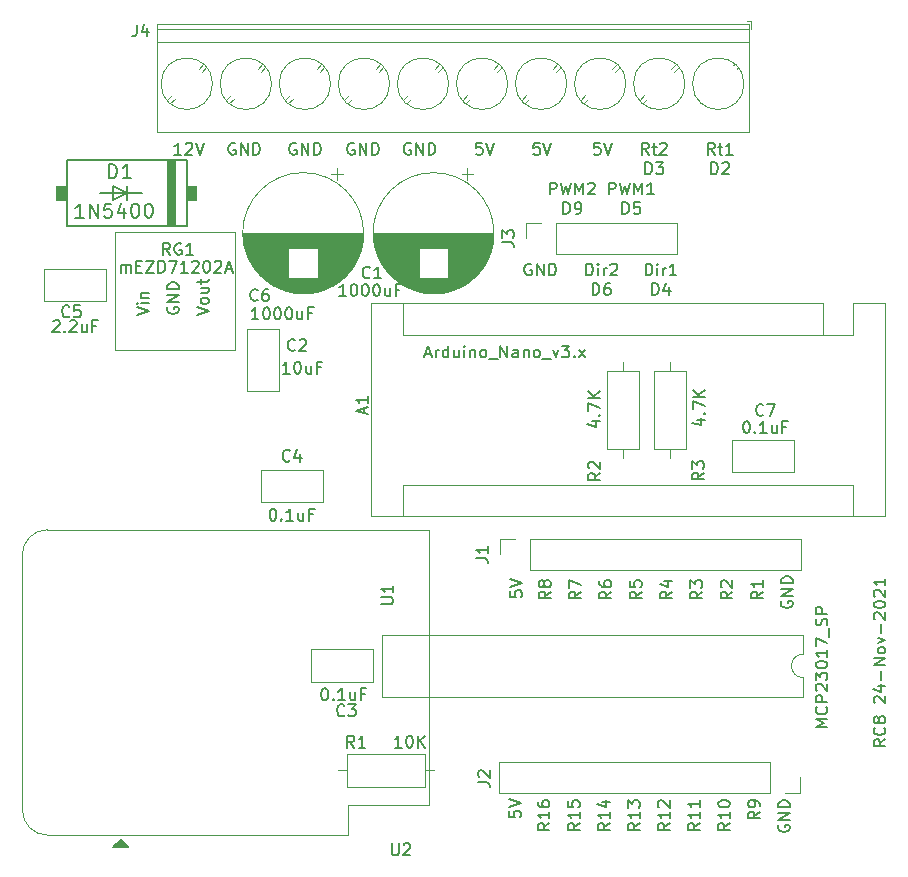
<source format=gbr>
%TF.GenerationSoftware,KiCad,Pcbnew,(5.1.9)-1*%
%TF.CreationDate,2021-11-25T16:44:50-06:00*%
%TF.ProjectId,RC8,5243382e-6b69-4636-9164-5f7063625858,rev?*%
%TF.SameCoordinates,Original*%
%TF.FileFunction,Legend,Top*%
%TF.FilePolarity,Positive*%
%FSLAX46Y46*%
G04 Gerber Fmt 4.6, Leading zero omitted, Abs format (unit mm)*
G04 Created by KiCad (PCBNEW (5.1.9)-1) date 2021-11-25 16:44:50*
%MOMM*%
%LPD*%
G01*
G04 APERTURE LIST*
%ADD10C,0.150000*%
%ADD11C,0.120000*%
%ADD12C,0.100000*%
%ADD13C,0.152400*%
%ADD14C,0.127000*%
G04 APERTURE END LIST*
D10*
X94168055Y-60932940D02*
X94072817Y-60885320D01*
X93929960Y-60885320D01*
X93787102Y-60932940D01*
X93691864Y-61028178D01*
X93644245Y-61123416D01*
X93596626Y-61313892D01*
X93596626Y-61456749D01*
X93644245Y-61647225D01*
X93691864Y-61742463D01*
X93787102Y-61837701D01*
X93929960Y-61885320D01*
X94025198Y-61885320D01*
X94168055Y-61837701D01*
X94215674Y-61790082D01*
X94215674Y-61456749D01*
X94025198Y-61456749D01*
X94644245Y-61885320D02*
X94644245Y-60885320D01*
X95215674Y-61885320D01*
X95215674Y-60885320D01*
X95691864Y-61885320D02*
X95691864Y-60885320D01*
X95929960Y-60885320D01*
X96072817Y-60932940D01*
X96168055Y-61028178D01*
X96215674Y-61123416D01*
X96263293Y-61313892D01*
X96263293Y-61456749D01*
X96215674Y-61647225D01*
X96168055Y-61742463D01*
X96072817Y-61837701D01*
X95929960Y-61885320D01*
X95691864Y-61885320D01*
X64519252Y-51658780D02*
X63947823Y-51658780D01*
X64233538Y-51658780D02*
X64233538Y-50658780D01*
X64138300Y-50801638D01*
X64043061Y-50896876D01*
X63947823Y-50944495D01*
X64900204Y-50754019D02*
X64947823Y-50706400D01*
X65043061Y-50658780D01*
X65281157Y-50658780D01*
X65376395Y-50706400D01*
X65424014Y-50754019D01*
X65471633Y-50849257D01*
X65471633Y-50944495D01*
X65424014Y-51087352D01*
X64852585Y-51658780D01*
X65471633Y-51658780D01*
X65757347Y-50658780D02*
X66090680Y-51658780D01*
X66424014Y-50658780D01*
X69103335Y-50706400D02*
X69008097Y-50658780D01*
X68865240Y-50658780D01*
X68722382Y-50706400D01*
X68627144Y-50801638D01*
X68579525Y-50896876D01*
X68531906Y-51087352D01*
X68531906Y-51230209D01*
X68579525Y-51420685D01*
X68627144Y-51515923D01*
X68722382Y-51611161D01*
X68865240Y-51658780D01*
X68960478Y-51658780D01*
X69103335Y-51611161D01*
X69150954Y-51563542D01*
X69150954Y-51230209D01*
X68960478Y-51230209D01*
X69579525Y-51658780D02*
X69579525Y-50658780D01*
X70150954Y-51658780D01*
X70150954Y-50658780D01*
X70627144Y-51658780D02*
X70627144Y-50658780D01*
X70865240Y-50658780D01*
X71008097Y-50706400D01*
X71103335Y-50801638D01*
X71150954Y-50896876D01*
X71198573Y-51087352D01*
X71198573Y-51230209D01*
X71150954Y-51420685D01*
X71103335Y-51515923D01*
X71008097Y-51611161D01*
X70865240Y-51658780D01*
X70627144Y-51658780D01*
X74254455Y-50706400D02*
X74159217Y-50658780D01*
X74016360Y-50658780D01*
X73873502Y-50706400D01*
X73778264Y-50801638D01*
X73730645Y-50896876D01*
X73683026Y-51087352D01*
X73683026Y-51230209D01*
X73730645Y-51420685D01*
X73778264Y-51515923D01*
X73873502Y-51611161D01*
X74016360Y-51658780D01*
X74111598Y-51658780D01*
X74254455Y-51611161D01*
X74302074Y-51563542D01*
X74302074Y-51230209D01*
X74111598Y-51230209D01*
X74730645Y-51658780D02*
X74730645Y-50658780D01*
X75302074Y-51658780D01*
X75302074Y-50658780D01*
X75778264Y-51658780D02*
X75778264Y-50658780D01*
X76016360Y-50658780D01*
X76159217Y-50706400D01*
X76254455Y-50801638D01*
X76302074Y-50896876D01*
X76349693Y-51087352D01*
X76349693Y-51230209D01*
X76302074Y-51420685D01*
X76254455Y-51515923D01*
X76159217Y-51611161D01*
X76016360Y-51658780D01*
X75778264Y-51658780D01*
X79174435Y-50706400D02*
X79079197Y-50658780D01*
X78936340Y-50658780D01*
X78793482Y-50706400D01*
X78698244Y-50801638D01*
X78650625Y-50896876D01*
X78603006Y-51087352D01*
X78603006Y-51230209D01*
X78650625Y-51420685D01*
X78698244Y-51515923D01*
X78793482Y-51611161D01*
X78936340Y-51658780D01*
X79031578Y-51658780D01*
X79174435Y-51611161D01*
X79222054Y-51563542D01*
X79222054Y-51230209D01*
X79031578Y-51230209D01*
X79650625Y-51658780D02*
X79650625Y-50658780D01*
X80222054Y-51658780D01*
X80222054Y-50658780D01*
X80698244Y-51658780D02*
X80698244Y-50658780D01*
X80936340Y-50658780D01*
X81079197Y-50706400D01*
X81174435Y-50801638D01*
X81222054Y-50896876D01*
X81269673Y-51087352D01*
X81269673Y-51230209D01*
X81222054Y-51420685D01*
X81174435Y-51515923D01*
X81079197Y-51611161D01*
X80936340Y-51658780D01*
X80698244Y-51658780D01*
X83954715Y-50706400D02*
X83859477Y-50658780D01*
X83716620Y-50658780D01*
X83573762Y-50706400D01*
X83478524Y-50801638D01*
X83430905Y-50896876D01*
X83383286Y-51087352D01*
X83383286Y-51230209D01*
X83430905Y-51420685D01*
X83478524Y-51515923D01*
X83573762Y-51611161D01*
X83716620Y-51658780D01*
X83811858Y-51658780D01*
X83954715Y-51611161D01*
X84002334Y-51563542D01*
X84002334Y-51230209D01*
X83811858Y-51230209D01*
X84430905Y-51658780D02*
X84430905Y-50658780D01*
X85002334Y-51658780D01*
X85002334Y-50658780D01*
X85478524Y-51658780D02*
X85478524Y-50658780D01*
X85716620Y-50658780D01*
X85859477Y-50706400D01*
X85954715Y-50801638D01*
X86002334Y-50896876D01*
X86049953Y-51087352D01*
X86049953Y-51230209D01*
X86002334Y-51420685D01*
X85954715Y-51515923D01*
X85859477Y-51611161D01*
X85716620Y-51658780D01*
X85478524Y-51658780D01*
X99992203Y-50658780D02*
X99516013Y-50658780D01*
X99468394Y-51134971D01*
X99516013Y-51087352D01*
X99611251Y-51039733D01*
X99849346Y-51039733D01*
X99944584Y-51087352D01*
X99992203Y-51134971D01*
X100039822Y-51230209D01*
X100039822Y-51468304D01*
X99992203Y-51563542D01*
X99944584Y-51611161D01*
X99849346Y-51658780D01*
X99611251Y-51658780D01*
X99516013Y-51611161D01*
X99468394Y-51563542D01*
X100325537Y-50658780D02*
X100658870Y-51658780D01*
X100992203Y-50658780D01*
X94874103Y-50658780D02*
X94397913Y-50658780D01*
X94350294Y-51134971D01*
X94397913Y-51087352D01*
X94493151Y-51039733D01*
X94731246Y-51039733D01*
X94826484Y-51087352D01*
X94874103Y-51134971D01*
X94921722Y-51230209D01*
X94921722Y-51468304D01*
X94874103Y-51563542D01*
X94826484Y-51611161D01*
X94731246Y-51658780D01*
X94493151Y-51658780D01*
X94397913Y-51611161D01*
X94350294Y-51563542D01*
X95207437Y-50658780D02*
X95540770Y-51658780D01*
X95874103Y-50658780D01*
X90002383Y-50658780D02*
X89526193Y-50658780D01*
X89478574Y-51134971D01*
X89526193Y-51087352D01*
X89621431Y-51039733D01*
X89859526Y-51039733D01*
X89954764Y-51087352D01*
X90002383Y-51134971D01*
X90050002Y-51230209D01*
X90050002Y-51468304D01*
X90002383Y-51563542D01*
X89954764Y-51611161D01*
X89859526Y-51658780D01*
X89621431Y-51658780D01*
X89526193Y-51611161D01*
X89478574Y-51563542D01*
X90335717Y-50658780D02*
X90669050Y-51658780D01*
X91002383Y-50658780D01*
X95751567Y-55019700D02*
X95751567Y-54019700D01*
X96132520Y-54019700D01*
X96227758Y-54067320D01*
X96275377Y-54114939D01*
X96322996Y-54210177D01*
X96322996Y-54353034D01*
X96275377Y-54448272D01*
X96227758Y-54495891D01*
X96132520Y-54543510D01*
X95751567Y-54543510D01*
X96656329Y-54019700D02*
X96894424Y-55019700D01*
X97084900Y-54305415D01*
X97275377Y-55019700D01*
X97513472Y-54019700D01*
X97894424Y-55019700D02*
X97894424Y-54019700D01*
X98227758Y-54733986D01*
X98561091Y-54019700D01*
X98561091Y-55019700D01*
X98989662Y-54114939D02*
X99037281Y-54067320D01*
X99132520Y-54019700D01*
X99370615Y-54019700D01*
X99465853Y-54067320D01*
X99513472Y-54114939D01*
X99561091Y-54210177D01*
X99561091Y-54305415D01*
X99513472Y-54448272D01*
X98942043Y-55019700D01*
X99561091Y-55019700D01*
X96894424Y-56669700D02*
X96894424Y-55669700D01*
X97132520Y-55669700D01*
X97275377Y-55717320D01*
X97370615Y-55812558D01*
X97418234Y-55907796D01*
X97465853Y-56098272D01*
X97465853Y-56241129D01*
X97418234Y-56431605D01*
X97370615Y-56526843D01*
X97275377Y-56622081D01*
X97132520Y-56669700D01*
X96894424Y-56669700D01*
X97942043Y-56669700D02*
X98132520Y-56669700D01*
X98227758Y-56622081D01*
X98275377Y-56574462D01*
X98370615Y-56431605D01*
X98418234Y-56241129D01*
X98418234Y-55860177D01*
X98370615Y-55764939D01*
X98322996Y-55717320D01*
X98227758Y-55669700D01*
X98037281Y-55669700D01*
X97942043Y-55717320D01*
X97894424Y-55764939D01*
X97846805Y-55860177D01*
X97846805Y-56098272D01*
X97894424Y-56193510D01*
X97942043Y-56241129D01*
X98037281Y-56288748D01*
X98227758Y-56288748D01*
X98322996Y-56241129D01*
X98370615Y-56193510D01*
X98418234Y-56098272D01*
X98825845Y-61885320D02*
X98825845Y-60885320D01*
X99063940Y-60885320D01*
X99206798Y-60932940D01*
X99302036Y-61028178D01*
X99349655Y-61123416D01*
X99397274Y-61313892D01*
X99397274Y-61456749D01*
X99349655Y-61647225D01*
X99302036Y-61742463D01*
X99206798Y-61837701D01*
X99063940Y-61885320D01*
X98825845Y-61885320D01*
X99825845Y-61885320D02*
X99825845Y-61218654D01*
X99825845Y-60885320D02*
X99778226Y-60932940D01*
X99825845Y-60980559D01*
X99873464Y-60932940D01*
X99825845Y-60885320D01*
X99825845Y-60980559D01*
X100302036Y-61885320D02*
X100302036Y-61218654D01*
X100302036Y-61409130D02*
X100349655Y-61313892D01*
X100397274Y-61266273D01*
X100492512Y-61218654D01*
X100587750Y-61218654D01*
X100873464Y-60980559D02*
X100921083Y-60932940D01*
X101016321Y-60885320D01*
X101254417Y-60885320D01*
X101349655Y-60932940D01*
X101397274Y-60980559D01*
X101444893Y-61075797D01*
X101444893Y-61171035D01*
X101397274Y-61313892D01*
X100825845Y-61885320D01*
X101444893Y-61885320D01*
X99373464Y-63535320D02*
X99373464Y-62535320D01*
X99611560Y-62535320D01*
X99754417Y-62582940D01*
X99849655Y-62678178D01*
X99897274Y-62773416D01*
X99944893Y-62963892D01*
X99944893Y-63106749D01*
X99897274Y-63297225D01*
X99849655Y-63392463D01*
X99754417Y-63487701D01*
X99611560Y-63535320D01*
X99373464Y-63535320D01*
X100802036Y-62535320D02*
X100611560Y-62535320D01*
X100516321Y-62582940D01*
X100468702Y-62630559D01*
X100373464Y-62773416D01*
X100325845Y-62963892D01*
X100325845Y-63344844D01*
X100373464Y-63440082D01*
X100421083Y-63487701D01*
X100516321Y-63535320D01*
X100706798Y-63535320D01*
X100802036Y-63487701D01*
X100849655Y-63440082D01*
X100897274Y-63344844D01*
X100897274Y-63106749D01*
X100849655Y-63011511D01*
X100802036Y-62963892D01*
X100706798Y-62916273D01*
X100516321Y-62916273D01*
X100421083Y-62963892D01*
X100373464Y-63011511D01*
X100325845Y-63106749D01*
X100747747Y-55019700D02*
X100747747Y-54019700D01*
X101128700Y-54019700D01*
X101223938Y-54067320D01*
X101271557Y-54114939D01*
X101319176Y-54210177D01*
X101319176Y-54353034D01*
X101271557Y-54448272D01*
X101223938Y-54495891D01*
X101128700Y-54543510D01*
X100747747Y-54543510D01*
X101652509Y-54019700D02*
X101890604Y-55019700D01*
X102081080Y-54305415D01*
X102271557Y-55019700D01*
X102509652Y-54019700D01*
X102890604Y-55019700D02*
X102890604Y-54019700D01*
X103223938Y-54733986D01*
X103557271Y-54019700D01*
X103557271Y-55019700D01*
X104557271Y-55019700D02*
X103985842Y-55019700D01*
X104271557Y-55019700D02*
X104271557Y-54019700D01*
X104176319Y-54162558D01*
X104081080Y-54257796D01*
X103985842Y-54305415D01*
X101890604Y-56669700D02*
X101890604Y-55669700D01*
X102128700Y-55669700D01*
X102271557Y-55717320D01*
X102366795Y-55812558D01*
X102414414Y-55907796D01*
X102462033Y-56098272D01*
X102462033Y-56241129D01*
X102414414Y-56431605D01*
X102366795Y-56526843D01*
X102271557Y-56622081D01*
X102128700Y-56669700D01*
X101890604Y-56669700D01*
X103366795Y-55669700D02*
X102890604Y-55669700D01*
X102842985Y-56145891D01*
X102890604Y-56098272D01*
X102985842Y-56050653D01*
X103223938Y-56050653D01*
X103319176Y-56098272D01*
X103366795Y-56145891D01*
X103414414Y-56241129D01*
X103414414Y-56479224D01*
X103366795Y-56574462D01*
X103319176Y-56622081D01*
X103223938Y-56669700D01*
X102985842Y-56669700D01*
X102890604Y-56622081D01*
X102842985Y-56574462D01*
X103849965Y-61885320D02*
X103849965Y-60885320D01*
X104088060Y-60885320D01*
X104230918Y-60932940D01*
X104326156Y-61028178D01*
X104373775Y-61123416D01*
X104421394Y-61313892D01*
X104421394Y-61456749D01*
X104373775Y-61647225D01*
X104326156Y-61742463D01*
X104230918Y-61837701D01*
X104088060Y-61885320D01*
X103849965Y-61885320D01*
X104849965Y-61885320D02*
X104849965Y-61218654D01*
X104849965Y-60885320D02*
X104802346Y-60932940D01*
X104849965Y-60980559D01*
X104897584Y-60932940D01*
X104849965Y-60885320D01*
X104849965Y-60980559D01*
X105326156Y-61885320D02*
X105326156Y-61218654D01*
X105326156Y-61409130D02*
X105373775Y-61313892D01*
X105421394Y-61266273D01*
X105516632Y-61218654D01*
X105611870Y-61218654D01*
X106469013Y-61885320D02*
X105897584Y-61885320D01*
X106183299Y-61885320D02*
X106183299Y-60885320D01*
X106088060Y-61028178D01*
X105992822Y-61123416D01*
X105897584Y-61171035D01*
X104397584Y-63535320D02*
X104397584Y-62535320D01*
X104635680Y-62535320D01*
X104778537Y-62582940D01*
X104873775Y-62678178D01*
X104921394Y-62773416D01*
X104969013Y-62963892D01*
X104969013Y-63106749D01*
X104921394Y-63297225D01*
X104873775Y-63392463D01*
X104778537Y-63487701D01*
X104635680Y-63535320D01*
X104397584Y-63535320D01*
X105826156Y-62868654D02*
X105826156Y-63535320D01*
X105588060Y-62487701D02*
X105349965Y-63201987D01*
X105969013Y-63201987D01*
X104119419Y-51658780D02*
X103786085Y-51182590D01*
X103547990Y-51658780D02*
X103547990Y-50658780D01*
X103928942Y-50658780D01*
X104024180Y-50706400D01*
X104071800Y-50754019D01*
X104119419Y-50849257D01*
X104119419Y-50992114D01*
X104071800Y-51087352D01*
X104024180Y-51134971D01*
X103928942Y-51182590D01*
X103547990Y-51182590D01*
X104405133Y-50992114D02*
X104786085Y-50992114D01*
X104547990Y-50658780D02*
X104547990Y-51515923D01*
X104595609Y-51611161D01*
X104690847Y-51658780D01*
X104786085Y-51658780D01*
X105071800Y-50754019D02*
X105119419Y-50706400D01*
X105214657Y-50658780D01*
X105452752Y-50658780D01*
X105547990Y-50706400D01*
X105595609Y-50754019D01*
X105643228Y-50849257D01*
X105643228Y-50944495D01*
X105595609Y-51087352D01*
X105024180Y-51658780D01*
X105643228Y-51658780D01*
X103833704Y-53308780D02*
X103833704Y-52308780D01*
X104071800Y-52308780D01*
X104214657Y-52356400D01*
X104309895Y-52451638D01*
X104357514Y-52546876D01*
X104405133Y-52737352D01*
X104405133Y-52880209D01*
X104357514Y-53070685D01*
X104309895Y-53165923D01*
X104214657Y-53261161D01*
X104071800Y-53308780D01*
X103833704Y-53308780D01*
X104738466Y-52308780D02*
X105357514Y-52308780D01*
X105024180Y-52689733D01*
X105167038Y-52689733D01*
X105262276Y-52737352D01*
X105309895Y-52784971D01*
X105357514Y-52880209D01*
X105357514Y-53118304D01*
X105309895Y-53213542D01*
X105262276Y-53261161D01*
X105167038Y-53308780D01*
X104881323Y-53308780D01*
X104786085Y-53261161D01*
X104738466Y-53213542D01*
X109689639Y-51658780D02*
X109356305Y-51182590D01*
X109118210Y-51658780D02*
X109118210Y-50658780D01*
X109499162Y-50658780D01*
X109594400Y-50706400D01*
X109642020Y-50754019D01*
X109689639Y-50849257D01*
X109689639Y-50992114D01*
X109642020Y-51087352D01*
X109594400Y-51134971D01*
X109499162Y-51182590D01*
X109118210Y-51182590D01*
X109975353Y-50992114D02*
X110356305Y-50992114D01*
X110118210Y-50658780D02*
X110118210Y-51515923D01*
X110165829Y-51611161D01*
X110261067Y-51658780D01*
X110356305Y-51658780D01*
X111213448Y-51658780D02*
X110642020Y-51658780D01*
X110927734Y-51658780D02*
X110927734Y-50658780D01*
X110832496Y-50801638D01*
X110737258Y-50896876D01*
X110642020Y-50944495D01*
X109403924Y-53308780D02*
X109403924Y-52308780D01*
X109642020Y-52308780D01*
X109784877Y-52356400D01*
X109880115Y-52451638D01*
X109927734Y-52546876D01*
X109975353Y-52737352D01*
X109975353Y-52880209D01*
X109927734Y-53070685D01*
X109880115Y-53165923D01*
X109784877Y-53261161D01*
X109642020Y-53308780D01*
X109403924Y-53308780D01*
X110356305Y-52404019D02*
X110403924Y-52356400D01*
X110499162Y-52308780D01*
X110737258Y-52308780D01*
X110832496Y-52356400D01*
X110880115Y-52404019D01*
X110927734Y-52499257D01*
X110927734Y-52594495D01*
X110880115Y-52737352D01*
X110308686Y-53308780D01*
X110927734Y-53308780D01*
X115351940Y-89461244D02*
X115304320Y-89556482D01*
X115304320Y-89699340D01*
X115351940Y-89842197D01*
X115447178Y-89937435D01*
X115542416Y-89985054D01*
X115732892Y-90032673D01*
X115875749Y-90032673D01*
X116066225Y-89985054D01*
X116161463Y-89937435D01*
X116256701Y-89842197D01*
X116304320Y-89699340D01*
X116304320Y-89604101D01*
X116256701Y-89461244D01*
X116209082Y-89413625D01*
X115875749Y-89413625D01*
X115875749Y-89604101D01*
X116304320Y-88985054D02*
X115304320Y-88985054D01*
X116304320Y-88413625D01*
X115304320Y-88413625D01*
X116304320Y-87937435D02*
X115304320Y-87937435D01*
X115304320Y-87699340D01*
X115351940Y-87556482D01*
X115447178Y-87461244D01*
X115542416Y-87413625D01*
X115732892Y-87366006D01*
X115875749Y-87366006D01*
X116066225Y-87413625D01*
X116161463Y-87461244D01*
X116256701Y-87556482D01*
X116304320Y-87699340D01*
X116304320Y-87937435D01*
X92378280Y-88607567D02*
X92378280Y-89083757D01*
X92854471Y-89131376D01*
X92806852Y-89083757D01*
X92759233Y-88988519D01*
X92759233Y-88750424D01*
X92806852Y-88655186D01*
X92854471Y-88607567D01*
X92949709Y-88559948D01*
X93187804Y-88559948D01*
X93283042Y-88607567D01*
X93330661Y-88655186D01*
X93378280Y-88750424D01*
X93378280Y-88988519D01*
X93330661Y-89083757D01*
X93283042Y-89131376D01*
X92378280Y-88274233D02*
X93378280Y-87940900D01*
X92378280Y-87607567D01*
X95819220Y-88655186D02*
X95343030Y-88988520D01*
X95819220Y-89226615D02*
X94819220Y-89226615D01*
X94819220Y-88845662D01*
X94866840Y-88750424D01*
X94914459Y-88702805D01*
X95009697Y-88655186D01*
X95152554Y-88655186D01*
X95247792Y-88702805D01*
X95295411Y-88750424D01*
X95343030Y-88845662D01*
X95343030Y-89226615D01*
X95247792Y-88083758D02*
X95200173Y-88178996D01*
X95152554Y-88226615D01*
X95057316Y-88274234D01*
X95009697Y-88274234D01*
X94914459Y-88226615D01*
X94866840Y-88178996D01*
X94819220Y-88083758D01*
X94819220Y-87893281D01*
X94866840Y-87798043D01*
X94914459Y-87750424D01*
X95009697Y-87702805D01*
X95057316Y-87702805D01*
X95152554Y-87750424D01*
X95200173Y-87798043D01*
X95247792Y-87893281D01*
X95247792Y-88083758D01*
X95295411Y-88178996D01*
X95343030Y-88226615D01*
X95438268Y-88274234D01*
X95628744Y-88274234D01*
X95723982Y-88226615D01*
X95771601Y-88178996D01*
X95819220Y-88083758D01*
X95819220Y-87893281D01*
X95771601Y-87798043D01*
X95723982Y-87750424D01*
X95628744Y-87702805D01*
X95438268Y-87702805D01*
X95343030Y-87750424D01*
X95295411Y-87798043D01*
X95247792Y-87893281D01*
X98383894Y-88655186D02*
X97907704Y-88988520D01*
X98383894Y-89226615D02*
X97383894Y-89226615D01*
X97383894Y-88845662D01*
X97431514Y-88750424D01*
X97479133Y-88702805D01*
X97574371Y-88655186D01*
X97717228Y-88655186D01*
X97812466Y-88702805D01*
X97860085Y-88750424D01*
X97907704Y-88845662D01*
X97907704Y-89226615D01*
X97383894Y-88321853D02*
X97383894Y-87655186D01*
X98383894Y-88083758D01*
X100948568Y-88655186D02*
X100472378Y-88988520D01*
X100948568Y-89226615D02*
X99948568Y-89226615D01*
X99948568Y-88845662D01*
X99996188Y-88750424D01*
X100043807Y-88702805D01*
X100139045Y-88655186D01*
X100281902Y-88655186D01*
X100377140Y-88702805D01*
X100424759Y-88750424D01*
X100472378Y-88845662D01*
X100472378Y-89226615D01*
X99948568Y-87798043D02*
X99948568Y-87988520D01*
X99996188Y-88083758D01*
X100043807Y-88131377D01*
X100186664Y-88226615D01*
X100377140Y-88274234D01*
X100758092Y-88274234D01*
X100853330Y-88226615D01*
X100900949Y-88178996D01*
X100948568Y-88083758D01*
X100948568Y-87893281D01*
X100900949Y-87798043D01*
X100853330Y-87750424D01*
X100758092Y-87702805D01*
X100519997Y-87702805D01*
X100424759Y-87750424D01*
X100377140Y-87798043D01*
X100329521Y-87893281D01*
X100329521Y-88083758D01*
X100377140Y-88178996D01*
X100424759Y-88226615D01*
X100519997Y-88274234D01*
X103513242Y-88655186D02*
X103037052Y-88988520D01*
X103513242Y-89226615D02*
X102513242Y-89226615D01*
X102513242Y-88845662D01*
X102560862Y-88750424D01*
X102608481Y-88702805D01*
X102703719Y-88655186D01*
X102846576Y-88655186D01*
X102941814Y-88702805D01*
X102989433Y-88750424D01*
X103037052Y-88845662D01*
X103037052Y-89226615D01*
X102513242Y-87750424D02*
X102513242Y-88226615D01*
X102989433Y-88274234D01*
X102941814Y-88226615D01*
X102894195Y-88131377D01*
X102894195Y-87893281D01*
X102941814Y-87798043D01*
X102989433Y-87750424D01*
X103084671Y-87702805D01*
X103322766Y-87702805D01*
X103418004Y-87750424D01*
X103465623Y-87798043D01*
X103513242Y-87893281D01*
X103513242Y-88131377D01*
X103465623Y-88226615D01*
X103418004Y-88274234D01*
X106077916Y-88655186D02*
X105601726Y-88988520D01*
X106077916Y-89226615D02*
X105077916Y-89226615D01*
X105077916Y-88845662D01*
X105125536Y-88750424D01*
X105173155Y-88702805D01*
X105268393Y-88655186D01*
X105411250Y-88655186D01*
X105506488Y-88702805D01*
X105554107Y-88750424D01*
X105601726Y-88845662D01*
X105601726Y-89226615D01*
X105411250Y-87798043D02*
X106077916Y-87798043D01*
X105030297Y-88036139D02*
X105744583Y-88274234D01*
X105744583Y-87655186D01*
X108642590Y-88655186D02*
X108166400Y-88988520D01*
X108642590Y-89226615D02*
X107642590Y-89226615D01*
X107642590Y-88845662D01*
X107690210Y-88750424D01*
X107737829Y-88702805D01*
X107833067Y-88655186D01*
X107975924Y-88655186D01*
X108071162Y-88702805D01*
X108118781Y-88750424D01*
X108166400Y-88845662D01*
X108166400Y-89226615D01*
X107642590Y-88321853D02*
X107642590Y-87702805D01*
X108023543Y-88036139D01*
X108023543Y-87893281D01*
X108071162Y-87798043D01*
X108118781Y-87750424D01*
X108214019Y-87702805D01*
X108452114Y-87702805D01*
X108547352Y-87750424D01*
X108594971Y-87798043D01*
X108642590Y-87893281D01*
X108642590Y-88178996D01*
X108594971Y-88274234D01*
X108547352Y-88321853D01*
X111207264Y-88655186D02*
X110731074Y-88988520D01*
X111207264Y-89226615D02*
X110207264Y-89226615D01*
X110207264Y-88845662D01*
X110254884Y-88750424D01*
X110302503Y-88702805D01*
X110397741Y-88655186D01*
X110540598Y-88655186D01*
X110635836Y-88702805D01*
X110683455Y-88750424D01*
X110731074Y-88845662D01*
X110731074Y-89226615D01*
X110302503Y-88274234D02*
X110254884Y-88226615D01*
X110207264Y-88131377D01*
X110207264Y-87893281D01*
X110254884Y-87798043D01*
X110302503Y-87750424D01*
X110397741Y-87702805D01*
X110492979Y-87702805D01*
X110635836Y-87750424D01*
X111207264Y-88321853D01*
X111207264Y-87702805D01*
X113771940Y-88655186D02*
X113295750Y-88988520D01*
X113771940Y-89226615D02*
X112771940Y-89226615D01*
X112771940Y-88845662D01*
X112819560Y-88750424D01*
X112867179Y-88702805D01*
X112962417Y-88655186D01*
X113105274Y-88655186D01*
X113200512Y-88702805D01*
X113248131Y-88750424D01*
X113295750Y-88845662D01*
X113295750Y-89226615D01*
X113771940Y-87702805D02*
X113771940Y-88274234D01*
X113771940Y-87988520D02*
X112771940Y-87988520D01*
X112914798Y-88083758D01*
X113010036Y-88178996D01*
X113057655Y-88274234D01*
X98258748Y-108244569D02*
X97782558Y-108577902D01*
X98258748Y-108815997D02*
X97258748Y-108815997D01*
X97258748Y-108435045D01*
X97306368Y-108339807D01*
X97353987Y-108292188D01*
X97449225Y-108244569D01*
X97592082Y-108244569D01*
X97687320Y-108292188D01*
X97734939Y-108339807D01*
X97782558Y-108435045D01*
X97782558Y-108815997D01*
X98258748Y-107292188D02*
X98258748Y-107863616D01*
X98258748Y-107577902D02*
X97258748Y-107577902D01*
X97401606Y-107673140D01*
X97496844Y-107768378D01*
X97544463Y-107863616D01*
X97258748Y-106387426D02*
X97258748Y-106863616D01*
X97734939Y-106911235D01*
X97687320Y-106863616D01*
X97639701Y-106768378D01*
X97639701Y-106530283D01*
X97687320Y-106435045D01*
X97734939Y-106387426D01*
X97830177Y-106339807D01*
X98068272Y-106339807D01*
X98163510Y-106387426D01*
X98211129Y-106435045D01*
X98258748Y-106530283D01*
X98258748Y-106768378D01*
X98211129Y-106863616D01*
X98163510Y-106911235D01*
X95713104Y-108244569D02*
X95236914Y-108577902D01*
X95713104Y-108815997D02*
X94713104Y-108815997D01*
X94713104Y-108435045D01*
X94760724Y-108339807D01*
X94808343Y-108292188D01*
X94903581Y-108244569D01*
X95046438Y-108244569D01*
X95141676Y-108292188D01*
X95189295Y-108339807D01*
X95236914Y-108435045D01*
X95236914Y-108815997D01*
X95713104Y-107292188D02*
X95713104Y-107863616D01*
X95713104Y-107577902D02*
X94713104Y-107577902D01*
X94855962Y-107673140D01*
X94951200Y-107768378D01*
X94998819Y-107863616D01*
X94713104Y-106435045D02*
X94713104Y-106625521D01*
X94760724Y-106720759D01*
X94808343Y-106768378D01*
X94951200Y-106863616D01*
X95141676Y-106911235D01*
X95522628Y-106911235D01*
X95617866Y-106863616D01*
X95665485Y-106815997D01*
X95713104Y-106720759D01*
X95713104Y-106530283D01*
X95665485Y-106435045D01*
X95617866Y-106387426D01*
X95522628Y-106339807D01*
X95284533Y-106339807D01*
X95189295Y-106387426D01*
X95141676Y-106435045D01*
X95094057Y-106530283D01*
X95094057Y-106720759D01*
X95141676Y-106815997D01*
X95189295Y-106863616D01*
X95284533Y-106911235D01*
X103350036Y-108244569D02*
X102873846Y-108577902D01*
X103350036Y-108815997D02*
X102350036Y-108815997D01*
X102350036Y-108435045D01*
X102397656Y-108339807D01*
X102445275Y-108292188D01*
X102540513Y-108244569D01*
X102683370Y-108244569D01*
X102778608Y-108292188D01*
X102826227Y-108339807D01*
X102873846Y-108435045D01*
X102873846Y-108815997D01*
X103350036Y-107292188D02*
X103350036Y-107863616D01*
X103350036Y-107577902D02*
X102350036Y-107577902D01*
X102492894Y-107673140D01*
X102588132Y-107768378D01*
X102635751Y-107863616D01*
X102350036Y-106958854D02*
X102350036Y-106339807D01*
X102730989Y-106673140D01*
X102730989Y-106530283D01*
X102778608Y-106435045D01*
X102826227Y-106387426D01*
X102921465Y-106339807D01*
X103159560Y-106339807D01*
X103254798Y-106387426D01*
X103302417Y-106435045D01*
X103350036Y-106530283D01*
X103350036Y-106815997D01*
X103302417Y-106911235D01*
X103254798Y-106958854D01*
X105895680Y-108244569D02*
X105419490Y-108577902D01*
X105895680Y-108815997D02*
X104895680Y-108815997D01*
X104895680Y-108435045D01*
X104943300Y-108339807D01*
X104990919Y-108292188D01*
X105086157Y-108244569D01*
X105229014Y-108244569D01*
X105324252Y-108292188D01*
X105371871Y-108339807D01*
X105419490Y-108435045D01*
X105419490Y-108815997D01*
X105895680Y-107292188D02*
X105895680Y-107863616D01*
X105895680Y-107577902D02*
X104895680Y-107577902D01*
X105038538Y-107673140D01*
X105133776Y-107768378D01*
X105181395Y-107863616D01*
X104990919Y-106911235D02*
X104943300Y-106863616D01*
X104895680Y-106768378D01*
X104895680Y-106530283D01*
X104943300Y-106435045D01*
X104990919Y-106387426D01*
X105086157Y-106339807D01*
X105181395Y-106339807D01*
X105324252Y-106387426D01*
X105895680Y-106958854D01*
X105895680Y-106339807D01*
X113532612Y-107292188D02*
X113056422Y-107625522D01*
X113532612Y-107863617D02*
X112532612Y-107863617D01*
X112532612Y-107482664D01*
X112580232Y-107387426D01*
X112627851Y-107339807D01*
X112723089Y-107292188D01*
X112865946Y-107292188D01*
X112961184Y-107339807D01*
X113008803Y-107387426D01*
X113056422Y-107482664D01*
X113056422Y-107863617D01*
X113532612Y-106815998D02*
X113532612Y-106625522D01*
X113484993Y-106530283D01*
X113437374Y-106482664D01*
X113294517Y-106387426D01*
X113104041Y-106339807D01*
X112723089Y-106339807D01*
X112627851Y-106387426D01*
X112580232Y-106435045D01*
X112532612Y-106530283D01*
X112532612Y-106720760D01*
X112580232Y-106815998D01*
X112627851Y-106863617D01*
X112723089Y-106911236D01*
X112961184Y-106911236D01*
X113056422Y-106863617D01*
X113104041Y-106815998D01*
X113151660Y-106720760D01*
X113151660Y-106530283D01*
X113104041Y-106435045D01*
X113056422Y-106387426D01*
X112961184Y-106339807D01*
X108441324Y-108244569D02*
X107965134Y-108577902D01*
X108441324Y-108815997D02*
X107441324Y-108815997D01*
X107441324Y-108435045D01*
X107488944Y-108339807D01*
X107536563Y-108292188D01*
X107631801Y-108244569D01*
X107774658Y-108244569D01*
X107869896Y-108292188D01*
X107917515Y-108339807D01*
X107965134Y-108435045D01*
X107965134Y-108815997D01*
X108441324Y-107292188D02*
X108441324Y-107863616D01*
X108441324Y-107577902D02*
X107441324Y-107577902D01*
X107584182Y-107673140D01*
X107679420Y-107768378D01*
X107727039Y-107863616D01*
X108441324Y-106339807D02*
X108441324Y-106911235D01*
X108441324Y-106625521D02*
X107441324Y-106625521D01*
X107584182Y-106720759D01*
X107679420Y-106815997D01*
X107727039Y-106911235D01*
X100804392Y-108244569D02*
X100328202Y-108577902D01*
X100804392Y-108815997D02*
X99804392Y-108815997D01*
X99804392Y-108435045D01*
X99852012Y-108339807D01*
X99899631Y-108292188D01*
X99994869Y-108244569D01*
X100137726Y-108244569D01*
X100232964Y-108292188D01*
X100280583Y-108339807D01*
X100328202Y-108435045D01*
X100328202Y-108815997D01*
X100804392Y-107292188D02*
X100804392Y-107863616D01*
X100804392Y-107577902D02*
X99804392Y-107577902D01*
X99947250Y-107673140D01*
X100042488Y-107768378D01*
X100090107Y-107863616D01*
X100137726Y-106435045D02*
X100804392Y-106435045D01*
X99756773Y-106673140D02*
X100471059Y-106911235D01*
X100471059Y-106292188D01*
X110986968Y-108244569D02*
X110510778Y-108577902D01*
X110986968Y-108815997D02*
X109986968Y-108815997D01*
X109986968Y-108435045D01*
X110034588Y-108339807D01*
X110082207Y-108292188D01*
X110177445Y-108244569D01*
X110320302Y-108244569D01*
X110415540Y-108292188D01*
X110463159Y-108339807D01*
X110510778Y-108435045D01*
X110510778Y-108815997D01*
X110986968Y-107292188D02*
X110986968Y-107863616D01*
X110986968Y-107577902D02*
X109986968Y-107577902D01*
X110129826Y-107673140D01*
X110225064Y-107768378D01*
X110272683Y-107863616D01*
X109986968Y-106673140D02*
X109986968Y-106577902D01*
X110034588Y-106482664D01*
X110082207Y-106435045D01*
X110177445Y-106387426D01*
X110367921Y-106339807D01*
X110606016Y-106339807D01*
X110796492Y-106387426D01*
X110891730Y-106435045D01*
X110939349Y-106482664D01*
X110986968Y-106577902D01*
X110986968Y-106673140D01*
X110939349Y-106768378D01*
X110891730Y-106815997D01*
X110796492Y-106863616D01*
X110606016Y-106911235D01*
X110367921Y-106911235D01*
X110177445Y-106863616D01*
X110082207Y-106815997D01*
X110034588Y-106768378D01*
X109986968Y-106673140D01*
X115123340Y-108435045D02*
X115075720Y-108530283D01*
X115075720Y-108673141D01*
X115123340Y-108815998D01*
X115218578Y-108911236D01*
X115313816Y-108958855D01*
X115504292Y-109006474D01*
X115647149Y-109006474D01*
X115837625Y-108958855D01*
X115932863Y-108911236D01*
X116028101Y-108815998D01*
X116075720Y-108673141D01*
X116075720Y-108577902D01*
X116028101Y-108435045D01*
X115980482Y-108387426D01*
X115647149Y-108387426D01*
X115647149Y-108577902D01*
X116075720Y-107958855D02*
X115075720Y-107958855D01*
X116075720Y-107387426D01*
X115075720Y-107387426D01*
X116075720Y-106911236D02*
X115075720Y-106911236D01*
X115075720Y-106673141D01*
X115123340Y-106530283D01*
X115218578Y-106435045D01*
X115313816Y-106387426D01*
X115504292Y-106339807D01*
X115647149Y-106339807D01*
X115837625Y-106387426D01*
X115932863Y-106435045D01*
X116028101Y-106530283D01*
X116075720Y-106673141D01*
X116075720Y-106911236D01*
X92297000Y-107244569D02*
X92297000Y-107720759D01*
X92773191Y-107768378D01*
X92725572Y-107720759D01*
X92677953Y-107625521D01*
X92677953Y-107387426D01*
X92725572Y-107292188D01*
X92773191Y-107244569D01*
X92868429Y-107196950D01*
X93106524Y-107196950D01*
X93201762Y-107244569D01*
X93249381Y-107292188D01*
X93297000Y-107387426D01*
X93297000Y-107625521D01*
X93249381Y-107720759D01*
X93201762Y-107768378D01*
X92297000Y-106911235D02*
X93297000Y-106577902D01*
X92297000Y-106244569D01*
X124158000Y-101170880D02*
X123681810Y-101504213D01*
X124158000Y-101742308D02*
X123158000Y-101742308D01*
X123158000Y-101361356D01*
X123205620Y-101266118D01*
X123253239Y-101218499D01*
X123348477Y-101170880D01*
X123491334Y-101170880D01*
X123586572Y-101218499D01*
X123634191Y-101266118D01*
X123681810Y-101361356D01*
X123681810Y-101742308D01*
X124062762Y-100170880D02*
X124110381Y-100218499D01*
X124158000Y-100361356D01*
X124158000Y-100456594D01*
X124110381Y-100599451D01*
X124015143Y-100694689D01*
X123919905Y-100742308D01*
X123729429Y-100789927D01*
X123586572Y-100789927D01*
X123396096Y-100742308D01*
X123300858Y-100694689D01*
X123205620Y-100599451D01*
X123158000Y-100456594D01*
X123158000Y-100361356D01*
X123205620Y-100218499D01*
X123253239Y-100170880D01*
X123586572Y-99599451D02*
X123538953Y-99694689D01*
X123491334Y-99742308D01*
X123396096Y-99789927D01*
X123348477Y-99789927D01*
X123253239Y-99742308D01*
X123205620Y-99694689D01*
X123158000Y-99599451D01*
X123158000Y-99408975D01*
X123205620Y-99313737D01*
X123253239Y-99266118D01*
X123348477Y-99218499D01*
X123396096Y-99218499D01*
X123491334Y-99266118D01*
X123538953Y-99313737D01*
X123586572Y-99408975D01*
X123586572Y-99599451D01*
X123634191Y-99694689D01*
X123681810Y-99742308D01*
X123777048Y-99789927D01*
X123967524Y-99789927D01*
X124062762Y-99742308D01*
X124110381Y-99694689D01*
X124158000Y-99599451D01*
X124158000Y-99408975D01*
X124110381Y-99313737D01*
X124062762Y-99266118D01*
X123967524Y-99218499D01*
X123777048Y-99218499D01*
X123681810Y-99266118D01*
X123634191Y-99313737D01*
X123586572Y-99408975D01*
X123253239Y-98075641D02*
X123205620Y-98028022D01*
X123158000Y-97932784D01*
X123158000Y-97694689D01*
X123205620Y-97599451D01*
X123253239Y-97551832D01*
X123348477Y-97504213D01*
X123443715Y-97504213D01*
X123586572Y-97551832D01*
X124158000Y-98123260D01*
X124158000Y-97504213D01*
X123491334Y-96647070D02*
X124158000Y-96647070D01*
X123110381Y-96885165D02*
X123824667Y-97123260D01*
X123824667Y-96504213D01*
X123777048Y-96123260D02*
X123777048Y-95361356D01*
X124158000Y-94885165D02*
X123158000Y-94885165D01*
X124158000Y-94313737D01*
X123158000Y-94313737D01*
X124158000Y-93694689D02*
X124110381Y-93789927D01*
X124062762Y-93837546D01*
X123967524Y-93885165D01*
X123681810Y-93885165D01*
X123586572Y-93837546D01*
X123538953Y-93789927D01*
X123491334Y-93694689D01*
X123491334Y-93551832D01*
X123538953Y-93456594D01*
X123586572Y-93408975D01*
X123681810Y-93361356D01*
X123967524Y-93361356D01*
X124062762Y-93408975D01*
X124110381Y-93456594D01*
X124158000Y-93551832D01*
X124158000Y-93694689D01*
X123491334Y-93028022D02*
X124158000Y-92789927D01*
X123491334Y-92551832D01*
X123777048Y-92170880D02*
X123777048Y-91408975D01*
X123253239Y-90980403D02*
X123205620Y-90932784D01*
X123158000Y-90837546D01*
X123158000Y-90599451D01*
X123205620Y-90504213D01*
X123253239Y-90456594D01*
X123348477Y-90408975D01*
X123443715Y-90408975D01*
X123586572Y-90456594D01*
X124158000Y-91028022D01*
X124158000Y-90408975D01*
X123158000Y-89789927D02*
X123158000Y-89694689D01*
X123205620Y-89599451D01*
X123253239Y-89551832D01*
X123348477Y-89504213D01*
X123538953Y-89456594D01*
X123777048Y-89456594D01*
X123967524Y-89504213D01*
X124062762Y-89551832D01*
X124110381Y-89599451D01*
X124158000Y-89694689D01*
X124158000Y-89789927D01*
X124110381Y-89885165D01*
X124062762Y-89932784D01*
X123967524Y-89980403D01*
X123777048Y-90028022D01*
X123538953Y-90028022D01*
X123348477Y-89980403D01*
X123253239Y-89932784D01*
X123205620Y-89885165D01*
X123158000Y-89789927D01*
X123253239Y-89075641D02*
X123205620Y-89028022D01*
X123158000Y-88932784D01*
X123158000Y-88694689D01*
X123205620Y-88599451D01*
X123253239Y-88551832D01*
X123348477Y-88504213D01*
X123443715Y-88504213D01*
X123586572Y-88551832D01*
X124158000Y-89123260D01*
X124158000Y-88504213D01*
X124158000Y-87551832D02*
X124158000Y-88123260D01*
X124158000Y-87837546D02*
X123158000Y-87837546D01*
X123300858Y-87932784D01*
X123396096Y-88028022D01*
X123443715Y-88123260D01*
D11*
%TO.C,J4*%
X112805740Y-40354180D02*
X112405740Y-40354180D01*
X112805740Y-40994180D02*
X112805740Y-40354180D01*
X66263740Y-44662180D02*
X66658740Y-44266180D01*
X63617740Y-47308180D02*
X63997740Y-46928180D01*
X66012740Y-44380180D02*
X66392740Y-44000180D01*
X63351740Y-47042180D02*
X63746740Y-46646180D01*
X71263740Y-44662180D02*
X71658740Y-44266180D01*
X68617740Y-47308180D02*
X68997740Y-46928180D01*
X71012740Y-44380180D02*
X71392740Y-44000180D01*
X68351740Y-47042180D02*
X68746740Y-46646180D01*
X76263740Y-44662180D02*
X76658740Y-44266180D01*
X73617740Y-47308180D02*
X73997740Y-46928180D01*
X76012740Y-44380180D02*
X76392740Y-44000180D01*
X73351740Y-47042180D02*
X73746740Y-46646180D01*
X81263740Y-44662180D02*
X81658740Y-44266180D01*
X78617740Y-47308180D02*
X78997740Y-46928180D01*
X81012740Y-44380180D02*
X81392740Y-44000180D01*
X78351740Y-47042180D02*
X78746740Y-46646180D01*
X86263740Y-44662180D02*
X86658740Y-44266180D01*
X83617740Y-47308180D02*
X83997740Y-46928180D01*
X86012740Y-44380180D02*
X86392740Y-44000180D01*
X83351740Y-47042180D02*
X83746740Y-46646180D01*
X91263740Y-44662180D02*
X91658740Y-44266180D01*
X88617740Y-47308180D02*
X88997740Y-46928180D01*
X91012740Y-44380180D02*
X91392740Y-44000180D01*
X88351740Y-47042180D02*
X88746740Y-46646180D01*
X96263740Y-44662180D02*
X96658740Y-44266180D01*
X93617740Y-47308180D02*
X93997740Y-46928180D01*
X96012740Y-44380180D02*
X96392740Y-44000180D01*
X93351740Y-47042180D02*
X93746740Y-46646180D01*
X101263740Y-44662180D02*
X101658740Y-44266180D01*
X98617740Y-47308180D02*
X98997740Y-46928180D01*
X101012740Y-44380180D02*
X101392740Y-44000180D01*
X98351740Y-47042180D02*
X98746740Y-46646180D01*
X106263740Y-44662180D02*
X106658740Y-44266180D01*
X103617740Y-47308180D02*
X103997740Y-46928180D01*
X106012740Y-44380180D02*
X106392740Y-44000180D01*
X103351740Y-47042180D02*
X103746740Y-46646180D01*
X111553740Y-44373180D02*
X111659740Y-44266180D01*
X108617740Y-47308180D02*
X108724740Y-47201180D01*
X111287740Y-44107180D02*
X111393740Y-44000180D01*
X108351740Y-47042180D02*
X108458740Y-46935180D01*
X62445740Y-49714180D02*
X62445740Y-40594180D01*
X112565740Y-49714180D02*
X112565740Y-40594180D01*
X112565740Y-40594180D02*
X62445740Y-40594180D01*
X112565740Y-49714180D02*
X62445740Y-49714180D01*
X112565740Y-42154180D02*
X62445740Y-42154180D01*
X112565740Y-41054180D02*
X62445740Y-41054180D01*
X67185740Y-45654180D02*
G75*
G03*
X67185740Y-45654180I-2180000J0D01*
G01*
X72185740Y-45654180D02*
G75*
G03*
X72185740Y-45654180I-2180000J0D01*
G01*
X77185740Y-45654180D02*
G75*
G03*
X77185740Y-45654180I-2180000J0D01*
G01*
X82185740Y-45654180D02*
G75*
G03*
X82185740Y-45654180I-2180000J0D01*
G01*
X87185740Y-45654180D02*
G75*
G03*
X87185740Y-45654180I-2180000J0D01*
G01*
X92185740Y-45654180D02*
G75*
G03*
X92185740Y-45654180I-2180000J0D01*
G01*
X97185740Y-45654180D02*
G75*
G03*
X97185740Y-45654180I-2180000J0D01*
G01*
X102185740Y-45654180D02*
G75*
G03*
X102185740Y-45654180I-2180000J0D01*
G01*
X107185740Y-45654180D02*
G75*
G03*
X107185740Y-45654180I-2180000J0D01*
G01*
X112185740Y-45654180D02*
G75*
G03*
X112185740Y-45654180I-2180000J0D01*
G01*
%TO.C,J3*%
X93688860Y-58742580D02*
X93688860Y-57412580D01*
X93688860Y-57412580D02*
X95018860Y-57412580D01*
X96288860Y-57412580D02*
X106508860Y-57412580D01*
X106508860Y-60072580D02*
X106508860Y-57412580D01*
X96288860Y-60072580D02*
X106508860Y-60072580D01*
X96288860Y-60072580D02*
X96288860Y-57412580D01*
%TO.C,U2*%
X78643300Y-106727120D02*
X85543300Y-106727120D01*
X78643300Y-109267120D02*
X78643300Y-106727120D01*
D10*
G36*
X58788300Y-110307120D02*
G01*
X60058300Y-110307120D01*
X59423300Y-109672120D01*
X58788300Y-110307120D01*
G37*
X58788300Y-110307120D02*
X60058300Y-110307120D01*
X59423300Y-109672120D01*
X58788300Y-110307120D01*
D11*
X51083300Y-85527120D02*
X51083300Y-107137120D01*
X85543300Y-83407120D02*
X53213300Y-83407120D01*
X78643300Y-109267120D02*
X53213300Y-109267120D01*
X85543300Y-106727120D02*
X85543300Y-83407120D01*
X51083300Y-85537120D02*
G75*
G02*
X53213300Y-83407120I2130000J0D01*
G01*
X53213300Y-109267120D02*
G75*
G02*
X51083300Y-107137120I0J2130000D01*
G01*
%TO.C,C4*%
X76516540Y-78319960D02*
X76516540Y-81059960D01*
X71276540Y-78319960D02*
X71276540Y-81059960D01*
X71276540Y-81059960D02*
X76516540Y-81059960D01*
X71276540Y-78319960D02*
X76516540Y-78319960D01*
%TO.C,J1*%
X91495880Y-85498940D02*
X91495880Y-84168940D01*
X91495880Y-84168940D02*
X92825880Y-84168940D01*
X94095880Y-84168940D02*
X117015880Y-84168940D01*
X117015880Y-86828940D02*
X117015880Y-84168940D01*
X94095880Y-86828940D02*
X117015880Y-86828940D01*
X94095880Y-86828940D02*
X94095880Y-84168940D01*
%TO.C,J2*%
X116955880Y-104371140D02*
X116955880Y-105701140D01*
X116955880Y-105701140D02*
X115625880Y-105701140D01*
X114355880Y-105701140D02*
X91435880Y-105701140D01*
X91435880Y-103041140D02*
X91435880Y-105701140D01*
X114355880Y-103041140D02*
X91435880Y-103041140D01*
X114355880Y-103041140D02*
X114355880Y-105701140D01*
%TO.C,C1*%
X91015180Y-58298720D02*
G75*
G03*
X91015180Y-58298720I-5120000J0D01*
G01*
X90975180Y-58298720D02*
X80815180Y-58298720D01*
X90975180Y-58338720D02*
X80815180Y-58338720D01*
X90975180Y-58378720D02*
X80815180Y-58378720D01*
X90974180Y-58418720D02*
X80816180Y-58418720D01*
X90973180Y-58458720D02*
X80817180Y-58458720D01*
X90972180Y-58498720D02*
X80818180Y-58498720D01*
X90970180Y-58538720D02*
X80820180Y-58538720D01*
X90968180Y-58578720D02*
X80822180Y-58578720D01*
X90965180Y-58618720D02*
X80825180Y-58618720D01*
X90963180Y-58658720D02*
X80827180Y-58658720D01*
X90960180Y-58698720D02*
X80830180Y-58698720D01*
X90957180Y-58738720D02*
X80833180Y-58738720D01*
X90953180Y-58778720D02*
X80837180Y-58778720D01*
X90949180Y-58818720D02*
X80841180Y-58818720D01*
X90945180Y-58858720D02*
X80845180Y-58858720D01*
X90940180Y-58898720D02*
X80850180Y-58898720D01*
X90935180Y-58938720D02*
X80855180Y-58938720D01*
X90930180Y-58978720D02*
X80860180Y-58978720D01*
X90925180Y-59019720D02*
X80865180Y-59019720D01*
X90919180Y-59059720D02*
X80871180Y-59059720D01*
X90913180Y-59099720D02*
X80877180Y-59099720D01*
X90906180Y-59139720D02*
X80884180Y-59139720D01*
X90899180Y-59179720D02*
X80891180Y-59179720D01*
X90892180Y-59219720D02*
X80898180Y-59219720D01*
X90885180Y-59259720D02*
X80905180Y-59259720D01*
X90877180Y-59299720D02*
X80913180Y-59299720D01*
X90869180Y-59339720D02*
X80921180Y-59339720D01*
X90860180Y-59379720D02*
X80930180Y-59379720D01*
X90851180Y-59419720D02*
X80939180Y-59419720D01*
X90842180Y-59459720D02*
X80948180Y-59459720D01*
X90833180Y-59499720D02*
X80957180Y-59499720D01*
X90823180Y-59539720D02*
X80967180Y-59539720D01*
X90813180Y-59579720D02*
X87136180Y-59579720D01*
X84654180Y-59579720D02*
X80977180Y-59579720D01*
X90802180Y-59619720D02*
X87136180Y-59619720D01*
X84654180Y-59619720D02*
X80988180Y-59619720D01*
X90792180Y-59659720D02*
X87136180Y-59659720D01*
X84654180Y-59659720D02*
X80998180Y-59659720D01*
X90780180Y-59699720D02*
X87136180Y-59699720D01*
X84654180Y-59699720D02*
X81010180Y-59699720D01*
X90769180Y-59739720D02*
X87136180Y-59739720D01*
X84654180Y-59739720D02*
X81021180Y-59739720D01*
X90757180Y-59779720D02*
X87136180Y-59779720D01*
X84654180Y-59779720D02*
X81033180Y-59779720D01*
X90745180Y-59819720D02*
X87136180Y-59819720D01*
X84654180Y-59819720D02*
X81045180Y-59819720D01*
X90732180Y-59859720D02*
X87136180Y-59859720D01*
X84654180Y-59859720D02*
X81058180Y-59859720D01*
X90719180Y-59899720D02*
X87136180Y-59899720D01*
X84654180Y-59899720D02*
X81071180Y-59899720D01*
X90706180Y-59939720D02*
X87136180Y-59939720D01*
X84654180Y-59939720D02*
X81084180Y-59939720D01*
X90692180Y-59979720D02*
X87136180Y-59979720D01*
X84654180Y-59979720D02*
X81098180Y-59979720D01*
X90678180Y-60019720D02*
X87136180Y-60019720D01*
X84654180Y-60019720D02*
X81112180Y-60019720D01*
X90663180Y-60059720D02*
X87136180Y-60059720D01*
X84654180Y-60059720D02*
X81127180Y-60059720D01*
X90649180Y-60099720D02*
X87136180Y-60099720D01*
X84654180Y-60099720D02*
X81141180Y-60099720D01*
X90633180Y-60139720D02*
X87136180Y-60139720D01*
X84654180Y-60139720D02*
X81157180Y-60139720D01*
X90618180Y-60179720D02*
X87136180Y-60179720D01*
X84654180Y-60179720D02*
X81172180Y-60179720D01*
X90602180Y-60219720D02*
X87136180Y-60219720D01*
X84654180Y-60219720D02*
X81188180Y-60219720D01*
X90585180Y-60259720D02*
X87136180Y-60259720D01*
X84654180Y-60259720D02*
X81205180Y-60259720D01*
X90569180Y-60299720D02*
X87136180Y-60299720D01*
X84654180Y-60299720D02*
X81221180Y-60299720D01*
X90552180Y-60339720D02*
X87136180Y-60339720D01*
X84654180Y-60339720D02*
X81238180Y-60339720D01*
X90534180Y-60379720D02*
X87136180Y-60379720D01*
X84654180Y-60379720D02*
X81256180Y-60379720D01*
X90516180Y-60419720D02*
X87136180Y-60419720D01*
X84654180Y-60419720D02*
X81274180Y-60419720D01*
X90498180Y-60459720D02*
X87136180Y-60459720D01*
X84654180Y-60459720D02*
X81292180Y-60459720D01*
X90479180Y-60499720D02*
X87136180Y-60499720D01*
X84654180Y-60499720D02*
X81311180Y-60499720D01*
X90459180Y-60539720D02*
X87136180Y-60539720D01*
X84654180Y-60539720D02*
X81331180Y-60539720D01*
X90440180Y-60579720D02*
X87136180Y-60579720D01*
X84654180Y-60579720D02*
X81350180Y-60579720D01*
X90420180Y-60619720D02*
X87136180Y-60619720D01*
X84654180Y-60619720D02*
X81370180Y-60619720D01*
X90399180Y-60659720D02*
X87136180Y-60659720D01*
X84654180Y-60659720D02*
X81391180Y-60659720D01*
X90378180Y-60699720D02*
X87136180Y-60699720D01*
X84654180Y-60699720D02*
X81412180Y-60699720D01*
X90357180Y-60739720D02*
X87136180Y-60739720D01*
X84654180Y-60739720D02*
X81433180Y-60739720D01*
X90335180Y-60779720D02*
X87136180Y-60779720D01*
X84654180Y-60779720D02*
X81455180Y-60779720D01*
X90312180Y-60819720D02*
X87136180Y-60819720D01*
X84654180Y-60819720D02*
X81478180Y-60819720D01*
X90290180Y-60859720D02*
X87136180Y-60859720D01*
X84654180Y-60859720D02*
X81500180Y-60859720D01*
X90266180Y-60899720D02*
X87136180Y-60899720D01*
X84654180Y-60899720D02*
X81524180Y-60899720D01*
X90242180Y-60939720D02*
X87136180Y-60939720D01*
X84654180Y-60939720D02*
X81548180Y-60939720D01*
X90218180Y-60979720D02*
X87136180Y-60979720D01*
X84654180Y-60979720D02*
X81572180Y-60979720D01*
X90193180Y-61019720D02*
X87136180Y-61019720D01*
X84654180Y-61019720D02*
X81597180Y-61019720D01*
X90168180Y-61059720D02*
X87136180Y-61059720D01*
X84654180Y-61059720D02*
X81622180Y-61059720D01*
X90142180Y-61099720D02*
X87136180Y-61099720D01*
X84654180Y-61099720D02*
X81648180Y-61099720D01*
X90116180Y-61139720D02*
X87136180Y-61139720D01*
X84654180Y-61139720D02*
X81674180Y-61139720D01*
X90089180Y-61179720D02*
X87136180Y-61179720D01*
X84654180Y-61179720D02*
X81701180Y-61179720D01*
X90061180Y-61219720D02*
X87136180Y-61219720D01*
X84654180Y-61219720D02*
X81729180Y-61219720D01*
X90033180Y-61259720D02*
X87136180Y-61259720D01*
X84654180Y-61259720D02*
X81757180Y-61259720D01*
X90005180Y-61299720D02*
X87136180Y-61299720D01*
X84654180Y-61299720D02*
X81785180Y-61299720D01*
X89975180Y-61339720D02*
X87136180Y-61339720D01*
X84654180Y-61339720D02*
X81815180Y-61339720D01*
X89945180Y-61379720D02*
X87136180Y-61379720D01*
X84654180Y-61379720D02*
X81845180Y-61379720D01*
X89915180Y-61419720D02*
X87136180Y-61419720D01*
X84654180Y-61419720D02*
X81875180Y-61419720D01*
X89884180Y-61459720D02*
X87136180Y-61459720D01*
X84654180Y-61459720D02*
X81906180Y-61459720D01*
X89852180Y-61499720D02*
X87136180Y-61499720D01*
X84654180Y-61499720D02*
X81938180Y-61499720D01*
X89820180Y-61539720D02*
X87136180Y-61539720D01*
X84654180Y-61539720D02*
X81970180Y-61539720D01*
X89787180Y-61579720D02*
X87136180Y-61579720D01*
X84654180Y-61579720D02*
X82003180Y-61579720D01*
X89753180Y-61619720D02*
X87136180Y-61619720D01*
X84654180Y-61619720D02*
X82037180Y-61619720D01*
X89719180Y-61659720D02*
X87136180Y-61659720D01*
X84654180Y-61659720D02*
X82071180Y-61659720D01*
X89684180Y-61699720D02*
X87136180Y-61699720D01*
X84654180Y-61699720D02*
X82106180Y-61699720D01*
X89648180Y-61739720D02*
X87136180Y-61739720D01*
X84654180Y-61739720D02*
X82142180Y-61739720D01*
X89611180Y-61779720D02*
X87136180Y-61779720D01*
X84654180Y-61779720D02*
X82179180Y-61779720D01*
X89574180Y-61819720D02*
X87136180Y-61819720D01*
X84654180Y-61819720D02*
X82216180Y-61819720D01*
X89535180Y-61859720D02*
X87136180Y-61859720D01*
X84654180Y-61859720D02*
X82255180Y-61859720D01*
X89496180Y-61899720D02*
X87136180Y-61899720D01*
X84654180Y-61899720D02*
X82294180Y-61899720D01*
X89456180Y-61939720D02*
X87136180Y-61939720D01*
X84654180Y-61939720D02*
X82334180Y-61939720D01*
X89415180Y-61979720D02*
X87136180Y-61979720D01*
X84654180Y-61979720D02*
X82375180Y-61979720D01*
X89373180Y-62019720D02*
X87136180Y-62019720D01*
X84654180Y-62019720D02*
X82417180Y-62019720D01*
X89331180Y-62059720D02*
X82459180Y-62059720D01*
X89287180Y-62099720D02*
X82503180Y-62099720D01*
X89242180Y-62139720D02*
X82548180Y-62139720D01*
X89196180Y-62179720D02*
X82594180Y-62179720D01*
X89149180Y-62219720D02*
X82641180Y-62219720D01*
X89101180Y-62259720D02*
X82689180Y-62259720D01*
X89051180Y-62299720D02*
X82739180Y-62299720D01*
X89001180Y-62339720D02*
X82789180Y-62339720D01*
X88949180Y-62379720D02*
X82841180Y-62379720D01*
X88895180Y-62419720D02*
X82895180Y-62419720D01*
X88840180Y-62459720D02*
X82950180Y-62459720D01*
X88784180Y-62499720D02*
X83006180Y-62499720D01*
X88725180Y-62539720D02*
X83065180Y-62539720D01*
X88665180Y-62579720D02*
X83125180Y-62579720D01*
X88604180Y-62619720D02*
X83186180Y-62619720D01*
X88540180Y-62659720D02*
X83250180Y-62659720D01*
X88474180Y-62699720D02*
X83316180Y-62699720D01*
X88405180Y-62739720D02*
X83385180Y-62739720D01*
X88334180Y-62779720D02*
X83456180Y-62779720D01*
X88260180Y-62819720D02*
X83530180Y-62819720D01*
X88184180Y-62859720D02*
X83606180Y-62859720D01*
X88104180Y-62899720D02*
X83686180Y-62899720D01*
X88020180Y-62939720D02*
X83770180Y-62939720D01*
X87932180Y-62979720D02*
X83858180Y-62979720D01*
X87839180Y-63019720D02*
X83951180Y-63019720D01*
X87741180Y-63059720D02*
X84049180Y-63059720D01*
X87637180Y-63099720D02*
X84153180Y-63099720D01*
X87525180Y-63139720D02*
X84265180Y-63139720D01*
X87405180Y-63179720D02*
X84385180Y-63179720D01*
X87273180Y-63219720D02*
X84517180Y-63219720D01*
X87125180Y-63259720D02*
X84665180Y-63259720D01*
X86957180Y-63299720D02*
X84833180Y-63299720D01*
X86757180Y-63339720D02*
X85033180Y-63339720D01*
X86494180Y-63379720D02*
X85296180Y-63379720D01*
X88770180Y-52819074D02*
X88770180Y-53819074D01*
X89270180Y-53319074D02*
X88270180Y-53319074D01*
%TO.C,U1*%
X117205880Y-93945040D02*
X117205880Y-92295040D01*
X117205880Y-92295040D02*
X81525880Y-92295040D01*
X81525880Y-92295040D02*
X81525880Y-97595040D01*
X81525880Y-97595040D02*
X117205880Y-97595040D01*
X117205880Y-97595040D02*
X117205880Y-95945040D01*
X117205880Y-95945040D02*
G75*
G02*
X117205880Y-93945040I0J1000000D01*
G01*
%TO.C,RG1*%
X58889900Y-58216800D02*
X58889900Y-68216800D01*
X69089900Y-58216800D02*
X69089900Y-68216800D01*
X58889900Y-68216800D02*
X69089900Y-68216800D01*
X58889900Y-58216800D02*
X69089900Y-58216800D01*
%TO.C,R2*%
X103335760Y-70014080D02*
X100595760Y-70014080D01*
X100595760Y-70014080D02*
X100595760Y-76554080D01*
X100595760Y-76554080D02*
X103335760Y-76554080D01*
X103335760Y-76554080D02*
X103335760Y-70014080D01*
X101965760Y-69244080D02*
X101965760Y-70014080D01*
X101965760Y-77324080D02*
X101965760Y-76554080D01*
%TO.C,R3*%
X107298160Y-70014080D02*
X104558160Y-70014080D01*
X104558160Y-70014080D02*
X104558160Y-76554080D01*
X104558160Y-76554080D02*
X107298160Y-76554080D01*
X107298160Y-76554080D02*
X107298160Y-70014080D01*
X105928160Y-69244080D02*
X105928160Y-70014080D01*
X105928160Y-77324080D02*
X105928160Y-76554080D01*
%TO.C,R1*%
X85904200Y-103789480D02*
X85134200Y-103789480D01*
X77824200Y-103789480D02*
X78594200Y-103789480D01*
X85134200Y-102419480D02*
X78594200Y-102419480D01*
X85134200Y-105159480D02*
X85134200Y-102419480D01*
X78594200Y-105159480D02*
X85134200Y-105159480D01*
X78594200Y-102419480D02*
X78594200Y-105159480D01*
D12*
%TO.C,D1*%
G36*
X54836060Y-54284880D02*
G01*
X53947060Y-54284880D01*
X53947060Y-55554880D01*
X54836060Y-55554880D01*
X54836060Y-54284880D01*
G37*
G36*
X65885060Y-54284880D02*
G01*
X64996060Y-54284880D01*
X64996060Y-55554880D01*
X65885060Y-55554880D01*
X65885060Y-54284880D01*
G37*
G36*
X64107060Y-52125880D02*
G01*
X63345060Y-52125880D01*
X63345060Y-57713880D01*
X64107060Y-57713880D01*
X64107060Y-52125880D01*
G37*
D13*
X54836060Y-52125880D02*
X64996060Y-52125880D01*
X64996060Y-57713880D02*
X54836060Y-57713880D01*
X54836060Y-57713880D02*
X54836060Y-52125880D01*
X64996060Y-52125880D02*
X64996060Y-57713880D01*
X59916060Y-54919880D02*
X59916060Y-54335680D01*
X59916060Y-54919880D02*
X57630060Y-54919880D01*
X58773060Y-54335680D02*
X59916060Y-54919880D01*
X58773060Y-55504080D02*
X58773060Y-54335680D01*
X59916060Y-54919880D02*
X58773060Y-55504080D01*
X59916060Y-55504080D02*
X59916060Y-54919880D01*
X61186060Y-54919880D02*
X59916060Y-54919880D01*
D11*
%TO.C,C7*%
X116396440Y-78552980D02*
X111156440Y-78552980D01*
X116396440Y-75812980D02*
X111156440Y-75812980D01*
X116396440Y-78552980D02*
X116396440Y-75812980D01*
X111156440Y-78552980D02*
X111156440Y-75812980D01*
%TO.C,C6*%
X79976340Y-58298720D02*
G75*
G03*
X79976340Y-58298720I-5120000J0D01*
G01*
X79936340Y-58298720D02*
X69776340Y-58298720D01*
X79936340Y-58338720D02*
X69776340Y-58338720D01*
X79936340Y-58378720D02*
X69776340Y-58378720D01*
X79935340Y-58418720D02*
X69777340Y-58418720D01*
X79934340Y-58458720D02*
X69778340Y-58458720D01*
X79933340Y-58498720D02*
X69779340Y-58498720D01*
X79931340Y-58538720D02*
X69781340Y-58538720D01*
X79929340Y-58578720D02*
X69783340Y-58578720D01*
X79926340Y-58618720D02*
X69786340Y-58618720D01*
X79924340Y-58658720D02*
X69788340Y-58658720D01*
X79921340Y-58698720D02*
X69791340Y-58698720D01*
X79918340Y-58738720D02*
X69794340Y-58738720D01*
X79914340Y-58778720D02*
X69798340Y-58778720D01*
X79910340Y-58818720D02*
X69802340Y-58818720D01*
X79906340Y-58858720D02*
X69806340Y-58858720D01*
X79901340Y-58898720D02*
X69811340Y-58898720D01*
X79896340Y-58938720D02*
X69816340Y-58938720D01*
X79891340Y-58978720D02*
X69821340Y-58978720D01*
X79886340Y-59019720D02*
X69826340Y-59019720D01*
X79880340Y-59059720D02*
X69832340Y-59059720D01*
X79874340Y-59099720D02*
X69838340Y-59099720D01*
X79867340Y-59139720D02*
X69845340Y-59139720D01*
X79860340Y-59179720D02*
X69852340Y-59179720D01*
X79853340Y-59219720D02*
X69859340Y-59219720D01*
X79846340Y-59259720D02*
X69866340Y-59259720D01*
X79838340Y-59299720D02*
X69874340Y-59299720D01*
X79830340Y-59339720D02*
X69882340Y-59339720D01*
X79821340Y-59379720D02*
X69891340Y-59379720D01*
X79812340Y-59419720D02*
X69900340Y-59419720D01*
X79803340Y-59459720D02*
X69909340Y-59459720D01*
X79794340Y-59499720D02*
X69918340Y-59499720D01*
X79784340Y-59539720D02*
X69928340Y-59539720D01*
X79774340Y-59579720D02*
X76097340Y-59579720D01*
X73615340Y-59579720D02*
X69938340Y-59579720D01*
X79763340Y-59619720D02*
X76097340Y-59619720D01*
X73615340Y-59619720D02*
X69949340Y-59619720D01*
X79753340Y-59659720D02*
X76097340Y-59659720D01*
X73615340Y-59659720D02*
X69959340Y-59659720D01*
X79741340Y-59699720D02*
X76097340Y-59699720D01*
X73615340Y-59699720D02*
X69971340Y-59699720D01*
X79730340Y-59739720D02*
X76097340Y-59739720D01*
X73615340Y-59739720D02*
X69982340Y-59739720D01*
X79718340Y-59779720D02*
X76097340Y-59779720D01*
X73615340Y-59779720D02*
X69994340Y-59779720D01*
X79706340Y-59819720D02*
X76097340Y-59819720D01*
X73615340Y-59819720D02*
X70006340Y-59819720D01*
X79693340Y-59859720D02*
X76097340Y-59859720D01*
X73615340Y-59859720D02*
X70019340Y-59859720D01*
X79680340Y-59899720D02*
X76097340Y-59899720D01*
X73615340Y-59899720D02*
X70032340Y-59899720D01*
X79667340Y-59939720D02*
X76097340Y-59939720D01*
X73615340Y-59939720D02*
X70045340Y-59939720D01*
X79653340Y-59979720D02*
X76097340Y-59979720D01*
X73615340Y-59979720D02*
X70059340Y-59979720D01*
X79639340Y-60019720D02*
X76097340Y-60019720D01*
X73615340Y-60019720D02*
X70073340Y-60019720D01*
X79624340Y-60059720D02*
X76097340Y-60059720D01*
X73615340Y-60059720D02*
X70088340Y-60059720D01*
X79610340Y-60099720D02*
X76097340Y-60099720D01*
X73615340Y-60099720D02*
X70102340Y-60099720D01*
X79594340Y-60139720D02*
X76097340Y-60139720D01*
X73615340Y-60139720D02*
X70118340Y-60139720D01*
X79579340Y-60179720D02*
X76097340Y-60179720D01*
X73615340Y-60179720D02*
X70133340Y-60179720D01*
X79563340Y-60219720D02*
X76097340Y-60219720D01*
X73615340Y-60219720D02*
X70149340Y-60219720D01*
X79546340Y-60259720D02*
X76097340Y-60259720D01*
X73615340Y-60259720D02*
X70166340Y-60259720D01*
X79530340Y-60299720D02*
X76097340Y-60299720D01*
X73615340Y-60299720D02*
X70182340Y-60299720D01*
X79513340Y-60339720D02*
X76097340Y-60339720D01*
X73615340Y-60339720D02*
X70199340Y-60339720D01*
X79495340Y-60379720D02*
X76097340Y-60379720D01*
X73615340Y-60379720D02*
X70217340Y-60379720D01*
X79477340Y-60419720D02*
X76097340Y-60419720D01*
X73615340Y-60419720D02*
X70235340Y-60419720D01*
X79459340Y-60459720D02*
X76097340Y-60459720D01*
X73615340Y-60459720D02*
X70253340Y-60459720D01*
X79440340Y-60499720D02*
X76097340Y-60499720D01*
X73615340Y-60499720D02*
X70272340Y-60499720D01*
X79420340Y-60539720D02*
X76097340Y-60539720D01*
X73615340Y-60539720D02*
X70292340Y-60539720D01*
X79401340Y-60579720D02*
X76097340Y-60579720D01*
X73615340Y-60579720D02*
X70311340Y-60579720D01*
X79381340Y-60619720D02*
X76097340Y-60619720D01*
X73615340Y-60619720D02*
X70331340Y-60619720D01*
X79360340Y-60659720D02*
X76097340Y-60659720D01*
X73615340Y-60659720D02*
X70352340Y-60659720D01*
X79339340Y-60699720D02*
X76097340Y-60699720D01*
X73615340Y-60699720D02*
X70373340Y-60699720D01*
X79318340Y-60739720D02*
X76097340Y-60739720D01*
X73615340Y-60739720D02*
X70394340Y-60739720D01*
X79296340Y-60779720D02*
X76097340Y-60779720D01*
X73615340Y-60779720D02*
X70416340Y-60779720D01*
X79273340Y-60819720D02*
X76097340Y-60819720D01*
X73615340Y-60819720D02*
X70439340Y-60819720D01*
X79251340Y-60859720D02*
X76097340Y-60859720D01*
X73615340Y-60859720D02*
X70461340Y-60859720D01*
X79227340Y-60899720D02*
X76097340Y-60899720D01*
X73615340Y-60899720D02*
X70485340Y-60899720D01*
X79203340Y-60939720D02*
X76097340Y-60939720D01*
X73615340Y-60939720D02*
X70509340Y-60939720D01*
X79179340Y-60979720D02*
X76097340Y-60979720D01*
X73615340Y-60979720D02*
X70533340Y-60979720D01*
X79154340Y-61019720D02*
X76097340Y-61019720D01*
X73615340Y-61019720D02*
X70558340Y-61019720D01*
X79129340Y-61059720D02*
X76097340Y-61059720D01*
X73615340Y-61059720D02*
X70583340Y-61059720D01*
X79103340Y-61099720D02*
X76097340Y-61099720D01*
X73615340Y-61099720D02*
X70609340Y-61099720D01*
X79077340Y-61139720D02*
X76097340Y-61139720D01*
X73615340Y-61139720D02*
X70635340Y-61139720D01*
X79050340Y-61179720D02*
X76097340Y-61179720D01*
X73615340Y-61179720D02*
X70662340Y-61179720D01*
X79022340Y-61219720D02*
X76097340Y-61219720D01*
X73615340Y-61219720D02*
X70690340Y-61219720D01*
X78994340Y-61259720D02*
X76097340Y-61259720D01*
X73615340Y-61259720D02*
X70718340Y-61259720D01*
X78966340Y-61299720D02*
X76097340Y-61299720D01*
X73615340Y-61299720D02*
X70746340Y-61299720D01*
X78936340Y-61339720D02*
X76097340Y-61339720D01*
X73615340Y-61339720D02*
X70776340Y-61339720D01*
X78906340Y-61379720D02*
X76097340Y-61379720D01*
X73615340Y-61379720D02*
X70806340Y-61379720D01*
X78876340Y-61419720D02*
X76097340Y-61419720D01*
X73615340Y-61419720D02*
X70836340Y-61419720D01*
X78845340Y-61459720D02*
X76097340Y-61459720D01*
X73615340Y-61459720D02*
X70867340Y-61459720D01*
X78813340Y-61499720D02*
X76097340Y-61499720D01*
X73615340Y-61499720D02*
X70899340Y-61499720D01*
X78781340Y-61539720D02*
X76097340Y-61539720D01*
X73615340Y-61539720D02*
X70931340Y-61539720D01*
X78748340Y-61579720D02*
X76097340Y-61579720D01*
X73615340Y-61579720D02*
X70964340Y-61579720D01*
X78714340Y-61619720D02*
X76097340Y-61619720D01*
X73615340Y-61619720D02*
X70998340Y-61619720D01*
X78680340Y-61659720D02*
X76097340Y-61659720D01*
X73615340Y-61659720D02*
X71032340Y-61659720D01*
X78645340Y-61699720D02*
X76097340Y-61699720D01*
X73615340Y-61699720D02*
X71067340Y-61699720D01*
X78609340Y-61739720D02*
X76097340Y-61739720D01*
X73615340Y-61739720D02*
X71103340Y-61739720D01*
X78572340Y-61779720D02*
X76097340Y-61779720D01*
X73615340Y-61779720D02*
X71140340Y-61779720D01*
X78535340Y-61819720D02*
X76097340Y-61819720D01*
X73615340Y-61819720D02*
X71177340Y-61819720D01*
X78496340Y-61859720D02*
X76097340Y-61859720D01*
X73615340Y-61859720D02*
X71216340Y-61859720D01*
X78457340Y-61899720D02*
X76097340Y-61899720D01*
X73615340Y-61899720D02*
X71255340Y-61899720D01*
X78417340Y-61939720D02*
X76097340Y-61939720D01*
X73615340Y-61939720D02*
X71295340Y-61939720D01*
X78376340Y-61979720D02*
X76097340Y-61979720D01*
X73615340Y-61979720D02*
X71336340Y-61979720D01*
X78334340Y-62019720D02*
X76097340Y-62019720D01*
X73615340Y-62019720D02*
X71378340Y-62019720D01*
X78292340Y-62059720D02*
X71420340Y-62059720D01*
X78248340Y-62099720D02*
X71464340Y-62099720D01*
X78203340Y-62139720D02*
X71509340Y-62139720D01*
X78157340Y-62179720D02*
X71555340Y-62179720D01*
X78110340Y-62219720D02*
X71602340Y-62219720D01*
X78062340Y-62259720D02*
X71650340Y-62259720D01*
X78012340Y-62299720D02*
X71700340Y-62299720D01*
X77962340Y-62339720D02*
X71750340Y-62339720D01*
X77910340Y-62379720D02*
X71802340Y-62379720D01*
X77856340Y-62419720D02*
X71856340Y-62419720D01*
X77801340Y-62459720D02*
X71911340Y-62459720D01*
X77745340Y-62499720D02*
X71967340Y-62499720D01*
X77686340Y-62539720D02*
X72026340Y-62539720D01*
X77626340Y-62579720D02*
X72086340Y-62579720D01*
X77565340Y-62619720D02*
X72147340Y-62619720D01*
X77501340Y-62659720D02*
X72211340Y-62659720D01*
X77435340Y-62699720D02*
X72277340Y-62699720D01*
X77366340Y-62739720D02*
X72346340Y-62739720D01*
X77295340Y-62779720D02*
X72417340Y-62779720D01*
X77221340Y-62819720D02*
X72491340Y-62819720D01*
X77145340Y-62859720D02*
X72567340Y-62859720D01*
X77065340Y-62899720D02*
X72647340Y-62899720D01*
X76981340Y-62939720D02*
X72731340Y-62939720D01*
X76893340Y-62979720D02*
X72819340Y-62979720D01*
X76800340Y-63019720D02*
X72912340Y-63019720D01*
X76702340Y-63059720D02*
X73010340Y-63059720D01*
X76598340Y-63099720D02*
X73114340Y-63099720D01*
X76486340Y-63139720D02*
X73226340Y-63139720D01*
X76366340Y-63179720D02*
X73346340Y-63179720D01*
X76234340Y-63219720D02*
X73478340Y-63219720D01*
X76086340Y-63259720D02*
X73626340Y-63259720D01*
X75918340Y-63299720D02*
X73794340Y-63299720D01*
X75718340Y-63339720D02*
X73994340Y-63339720D01*
X75455340Y-63379720D02*
X74257340Y-63379720D01*
X77731340Y-52819074D02*
X77731340Y-53819074D01*
X78231340Y-53319074D02*
X77231340Y-53319074D01*
%TO.C,C5*%
X58199960Y-64087680D02*
X52959960Y-64087680D01*
X58199960Y-61347680D02*
X52959960Y-61347680D01*
X58199960Y-64087680D02*
X58199960Y-61347680D01*
X52959960Y-64087680D02*
X52959960Y-61347680D01*
%TO.C,C3*%
X75551360Y-93532020D02*
X80791360Y-93532020D01*
X75551360Y-96272020D02*
X80791360Y-96272020D01*
X75551360Y-93532020D02*
X75551360Y-96272020D01*
X80791360Y-93532020D02*
X80791360Y-96272020D01*
%TO.C,C2*%
X72848140Y-66420060D02*
X72848140Y-71660060D01*
X70108140Y-66420060D02*
X70108140Y-71660060D01*
X72848140Y-66420060D02*
X70108140Y-66420060D01*
X72848140Y-71660060D02*
X70108140Y-71660060D01*
%TO.C,A1*%
X118872000Y-66903600D02*
X121412000Y-66903600D01*
X121412000Y-66903600D02*
X121412000Y-64233600D01*
X118872000Y-64233600D02*
X80642000Y-64233600D01*
X124082000Y-64233600D02*
X121412000Y-64233600D01*
X121412000Y-79603600D02*
X121412000Y-82273600D01*
X121412000Y-79603600D02*
X83312000Y-79603600D01*
X83312000Y-79603600D02*
X83312000Y-82273600D01*
X118872000Y-66903600D02*
X118872000Y-64233600D01*
X118872000Y-66903600D02*
X83312000Y-66903600D01*
X83312000Y-66903600D02*
X83312000Y-64233600D01*
X80642000Y-64233600D02*
X80642000Y-82273600D01*
X80642000Y-82273600D02*
X124082000Y-82273600D01*
X124082000Y-82273600D02*
X124082000Y-64233600D01*
%TO.C,J4*%
D10*
X60757086Y-40641240D02*
X60757086Y-41355526D01*
X60709467Y-41498383D01*
X60614229Y-41593621D01*
X60471372Y-41641240D01*
X60376134Y-41641240D01*
X61661848Y-40974574D02*
X61661848Y-41641240D01*
X61423753Y-40593621D02*
X61185658Y-41307907D01*
X61804705Y-41307907D01*
%TO.C,J3*%
X91701240Y-59075913D02*
X92415526Y-59075913D01*
X92558383Y-59123532D01*
X92653621Y-59218770D01*
X92701240Y-59361627D01*
X92701240Y-59456865D01*
X91701240Y-58694960D02*
X91701240Y-58075913D01*
X92082193Y-58409246D01*
X92082193Y-58266389D01*
X92129812Y-58171151D01*
X92177431Y-58123532D01*
X92272669Y-58075913D01*
X92510764Y-58075913D01*
X92606002Y-58123532D01*
X92653621Y-58171151D01*
X92701240Y-58266389D01*
X92701240Y-58552103D01*
X92653621Y-58647341D01*
X92606002Y-58694960D01*
%TO.C,U2*%
X82374835Y-109972860D02*
X82374835Y-110782384D01*
X82422454Y-110877622D01*
X82470073Y-110925241D01*
X82565311Y-110972860D01*
X82755787Y-110972860D01*
X82851025Y-110925241D01*
X82898644Y-110877622D01*
X82946263Y-110782384D01*
X82946263Y-109972860D01*
X83374835Y-110068099D02*
X83422454Y-110020480D01*
X83517692Y-109972860D01*
X83755787Y-109972860D01*
X83851025Y-110020480D01*
X83898644Y-110068099D01*
X83946263Y-110163337D01*
X83946263Y-110258575D01*
X83898644Y-110401432D01*
X83327216Y-110972860D01*
X83946263Y-110972860D01*
%TO.C,C4*%
X73729873Y-77547102D02*
X73682254Y-77594721D01*
X73539397Y-77642340D01*
X73444159Y-77642340D01*
X73301301Y-77594721D01*
X73206063Y-77499483D01*
X73158444Y-77404245D01*
X73110825Y-77213769D01*
X73110825Y-77070912D01*
X73158444Y-76880436D01*
X73206063Y-76785198D01*
X73301301Y-76689960D01*
X73444159Y-76642340D01*
X73539397Y-76642340D01*
X73682254Y-76689960D01*
X73729873Y-76737579D01*
X74587016Y-76975674D02*
X74587016Y-77642340D01*
X74348920Y-76594721D02*
X74110825Y-77309007D01*
X74729873Y-77309007D01*
X72253682Y-81642340D02*
X72348920Y-81642340D01*
X72444159Y-81689960D01*
X72491778Y-81737579D01*
X72539397Y-81832817D01*
X72587016Y-82023293D01*
X72587016Y-82261388D01*
X72539397Y-82451864D01*
X72491778Y-82547102D01*
X72444159Y-82594721D01*
X72348920Y-82642340D01*
X72253682Y-82642340D01*
X72158444Y-82594721D01*
X72110825Y-82547102D01*
X72063206Y-82451864D01*
X72015587Y-82261388D01*
X72015587Y-82023293D01*
X72063206Y-81832817D01*
X72110825Y-81737579D01*
X72158444Y-81689960D01*
X72253682Y-81642340D01*
X73015587Y-82547102D02*
X73063206Y-82594721D01*
X73015587Y-82642340D01*
X72967968Y-82594721D01*
X73015587Y-82547102D01*
X73015587Y-82642340D01*
X74015587Y-82642340D02*
X73444159Y-82642340D01*
X73729873Y-82642340D02*
X73729873Y-81642340D01*
X73634635Y-81785198D01*
X73539397Y-81880436D01*
X73444159Y-81928055D01*
X74872730Y-81975674D02*
X74872730Y-82642340D01*
X74444159Y-81975674D02*
X74444159Y-82499483D01*
X74491778Y-82594721D01*
X74587016Y-82642340D01*
X74729873Y-82642340D01*
X74825111Y-82594721D01*
X74872730Y-82547102D01*
X75682254Y-82118531D02*
X75348920Y-82118531D01*
X75348920Y-82642340D02*
X75348920Y-81642340D01*
X75825111Y-81642340D01*
%TO.C,J1*%
X89508260Y-85832273D02*
X90222546Y-85832273D01*
X90365403Y-85879892D01*
X90460641Y-85975130D01*
X90508260Y-86117987D01*
X90508260Y-86213225D01*
X90508260Y-84832273D02*
X90508260Y-85403701D01*
X90508260Y-85117987D02*
X89508260Y-85117987D01*
X89651118Y-85213225D01*
X89746356Y-85308463D01*
X89793975Y-85403701D01*
%TO.C,J2*%
X89668100Y-104788293D02*
X90382386Y-104788293D01*
X90525243Y-104835912D01*
X90620481Y-104931150D01*
X90668100Y-105074007D01*
X90668100Y-105169245D01*
X89763339Y-104359721D02*
X89715720Y-104312102D01*
X89668100Y-104216864D01*
X89668100Y-103978769D01*
X89715720Y-103883531D01*
X89763339Y-103835912D01*
X89858577Y-103788293D01*
X89953815Y-103788293D01*
X90096672Y-103835912D01*
X90668100Y-104407340D01*
X90668100Y-103788293D01*
%TO.C,C1*%
X80511353Y-62033422D02*
X80463734Y-62081041D01*
X80320877Y-62128660D01*
X80225639Y-62128660D01*
X80082781Y-62081041D01*
X79987543Y-61985803D01*
X79939924Y-61890565D01*
X79892305Y-61700089D01*
X79892305Y-61557232D01*
X79939924Y-61366756D01*
X79987543Y-61271518D01*
X80082781Y-61176280D01*
X80225639Y-61128660D01*
X80320877Y-61128660D01*
X80463734Y-61176280D01*
X80511353Y-61223899D01*
X81463734Y-62128660D02*
X80892305Y-62128660D01*
X81178020Y-62128660D02*
X81178020Y-61128660D01*
X81082781Y-61271518D01*
X80987543Y-61366756D01*
X80892305Y-61414375D01*
X78489110Y-63612020D02*
X77917681Y-63612020D01*
X78203396Y-63612020D02*
X78203396Y-62612020D01*
X78108158Y-62754878D01*
X78012920Y-62850116D01*
X77917681Y-62897735D01*
X79108158Y-62612020D02*
X79203396Y-62612020D01*
X79298634Y-62659640D01*
X79346253Y-62707259D01*
X79393872Y-62802497D01*
X79441491Y-62992973D01*
X79441491Y-63231068D01*
X79393872Y-63421544D01*
X79346253Y-63516782D01*
X79298634Y-63564401D01*
X79203396Y-63612020D01*
X79108158Y-63612020D01*
X79012920Y-63564401D01*
X78965300Y-63516782D01*
X78917681Y-63421544D01*
X78870062Y-63231068D01*
X78870062Y-62992973D01*
X78917681Y-62802497D01*
X78965300Y-62707259D01*
X79012920Y-62659640D01*
X79108158Y-62612020D01*
X80060539Y-62612020D02*
X80155777Y-62612020D01*
X80251015Y-62659640D01*
X80298634Y-62707259D01*
X80346253Y-62802497D01*
X80393872Y-62992973D01*
X80393872Y-63231068D01*
X80346253Y-63421544D01*
X80298634Y-63516782D01*
X80251015Y-63564401D01*
X80155777Y-63612020D01*
X80060539Y-63612020D01*
X79965300Y-63564401D01*
X79917681Y-63516782D01*
X79870062Y-63421544D01*
X79822443Y-63231068D01*
X79822443Y-62992973D01*
X79870062Y-62802497D01*
X79917681Y-62707259D01*
X79965300Y-62659640D01*
X80060539Y-62612020D01*
X81012920Y-62612020D02*
X81108158Y-62612020D01*
X81203396Y-62659640D01*
X81251015Y-62707259D01*
X81298634Y-62802497D01*
X81346253Y-62992973D01*
X81346253Y-63231068D01*
X81298634Y-63421544D01*
X81251015Y-63516782D01*
X81203396Y-63564401D01*
X81108158Y-63612020D01*
X81012920Y-63612020D01*
X80917681Y-63564401D01*
X80870062Y-63516782D01*
X80822443Y-63421544D01*
X80774824Y-63231068D01*
X80774824Y-62992973D01*
X80822443Y-62802497D01*
X80870062Y-62707259D01*
X80917681Y-62659640D01*
X81012920Y-62612020D01*
X82203396Y-62945354D02*
X82203396Y-63612020D01*
X81774824Y-62945354D02*
X81774824Y-63469163D01*
X81822443Y-63564401D01*
X81917681Y-63612020D01*
X82060539Y-63612020D01*
X82155777Y-63564401D01*
X82203396Y-63516782D01*
X83012920Y-63088211D02*
X82679586Y-63088211D01*
X82679586Y-63612020D02*
X82679586Y-62612020D01*
X83155777Y-62612020D01*
%TO.C,U1*%
X81470060Y-89712544D02*
X82279584Y-89712544D01*
X82374822Y-89664925D01*
X82422441Y-89617306D01*
X82470060Y-89522068D01*
X82470060Y-89331592D01*
X82422441Y-89236354D01*
X82374822Y-89188735D01*
X82279584Y-89141116D01*
X81470060Y-89141116D01*
X82470060Y-88141116D02*
X82470060Y-88712544D01*
X82470060Y-88426830D02*
X81470060Y-88426830D01*
X81612918Y-88522068D01*
X81708156Y-88617306D01*
X81755775Y-88712544D01*
X119245640Y-100130928D02*
X118245640Y-100130928D01*
X118959926Y-99797595D01*
X118245640Y-99464261D01*
X119245640Y-99464261D01*
X119150402Y-98416642D02*
X119198021Y-98464261D01*
X119245640Y-98607119D01*
X119245640Y-98702357D01*
X119198021Y-98845214D01*
X119102783Y-98940452D01*
X119007545Y-98988071D01*
X118817069Y-99035690D01*
X118674212Y-99035690D01*
X118483736Y-98988071D01*
X118388498Y-98940452D01*
X118293260Y-98845214D01*
X118245640Y-98702357D01*
X118245640Y-98607119D01*
X118293260Y-98464261D01*
X118340879Y-98416642D01*
X119245640Y-97988071D02*
X118245640Y-97988071D01*
X118245640Y-97607119D01*
X118293260Y-97511880D01*
X118340879Y-97464261D01*
X118436117Y-97416642D01*
X118578974Y-97416642D01*
X118674212Y-97464261D01*
X118721831Y-97511880D01*
X118769450Y-97607119D01*
X118769450Y-97988071D01*
X118340879Y-97035690D02*
X118293260Y-96988071D01*
X118245640Y-96892833D01*
X118245640Y-96654738D01*
X118293260Y-96559500D01*
X118340879Y-96511880D01*
X118436117Y-96464261D01*
X118531355Y-96464261D01*
X118674212Y-96511880D01*
X119245640Y-97083309D01*
X119245640Y-96464261D01*
X118245640Y-96130928D02*
X118245640Y-95511880D01*
X118626593Y-95845214D01*
X118626593Y-95702357D01*
X118674212Y-95607119D01*
X118721831Y-95559500D01*
X118817069Y-95511880D01*
X119055164Y-95511880D01*
X119150402Y-95559500D01*
X119198021Y-95607119D01*
X119245640Y-95702357D01*
X119245640Y-95988071D01*
X119198021Y-96083309D01*
X119150402Y-96130928D01*
X118245640Y-94892833D02*
X118245640Y-94797595D01*
X118293260Y-94702357D01*
X118340879Y-94654738D01*
X118436117Y-94607119D01*
X118626593Y-94559500D01*
X118864688Y-94559500D01*
X119055164Y-94607119D01*
X119150402Y-94654738D01*
X119198021Y-94702357D01*
X119245640Y-94797595D01*
X119245640Y-94892833D01*
X119198021Y-94988071D01*
X119150402Y-95035690D01*
X119055164Y-95083309D01*
X118864688Y-95130928D01*
X118626593Y-95130928D01*
X118436117Y-95083309D01*
X118340879Y-95035690D01*
X118293260Y-94988071D01*
X118245640Y-94892833D01*
X119245640Y-93607119D02*
X119245640Y-94178547D01*
X119245640Y-93892833D02*
X118245640Y-93892833D01*
X118388498Y-93988071D01*
X118483736Y-94083309D01*
X118531355Y-94178547D01*
X118245640Y-93273785D02*
X118245640Y-92607119D01*
X119245640Y-93035690D01*
X119340879Y-92464261D02*
X119340879Y-91702357D01*
X119198021Y-91511880D02*
X119245640Y-91369023D01*
X119245640Y-91130928D01*
X119198021Y-91035690D01*
X119150402Y-90988071D01*
X119055164Y-90940452D01*
X118959926Y-90940452D01*
X118864688Y-90988071D01*
X118817069Y-91035690D01*
X118769450Y-91130928D01*
X118721831Y-91321404D01*
X118674212Y-91416642D01*
X118626593Y-91464261D01*
X118531355Y-91511880D01*
X118436117Y-91511880D01*
X118340879Y-91464261D01*
X118293260Y-91416642D01*
X118245640Y-91321404D01*
X118245640Y-91083309D01*
X118293260Y-90940452D01*
X119245640Y-90511880D02*
X118245640Y-90511880D01*
X118245640Y-90130928D01*
X118293260Y-90035690D01*
X118340879Y-89988071D01*
X118436117Y-89940452D01*
X118578974Y-89940452D01*
X118674212Y-89988071D01*
X118721831Y-90035690D01*
X118769450Y-90130928D01*
X118769450Y-90511880D01*
%TO.C,RG1*%
X63577553Y-60147460D02*
X63244220Y-59671270D01*
X63006124Y-60147460D02*
X63006124Y-59147460D01*
X63387077Y-59147460D01*
X63482315Y-59195080D01*
X63529934Y-59242699D01*
X63577553Y-59337937D01*
X63577553Y-59480794D01*
X63529934Y-59576032D01*
X63482315Y-59623651D01*
X63387077Y-59671270D01*
X63006124Y-59671270D01*
X64529934Y-59195080D02*
X64434696Y-59147460D01*
X64291839Y-59147460D01*
X64148981Y-59195080D01*
X64053743Y-59290318D01*
X64006124Y-59385556D01*
X63958505Y-59576032D01*
X63958505Y-59718889D01*
X64006124Y-59909365D01*
X64053743Y-60004603D01*
X64148981Y-60099841D01*
X64291839Y-60147460D01*
X64387077Y-60147460D01*
X64529934Y-60099841D01*
X64577553Y-60052222D01*
X64577553Y-59718889D01*
X64387077Y-59718889D01*
X65529934Y-60147460D02*
X64958505Y-60147460D01*
X65244220Y-60147460D02*
X65244220Y-59147460D01*
X65148981Y-59290318D01*
X65053743Y-59385556D01*
X64958505Y-59433175D01*
X59409913Y-61646060D02*
X59409913Y-60979394D01*
X59409913Y-61074632D02*
X59457532Y-61027013D01*
X59552770Y-60979394D01*
X59695627Y-60979394D01*
X59790865Y-61027013D01*
X59838484Y-61122251D01*
X59838484Y-61646060D01*
X59838484Y-61122251D02*
X59886103Y-61027013D01*
X59981341Y-60979394D01*
X60124199Y-60979394D01*
X60219437Y-61027013D01*
X60267056Y-61122251D01*
X60267056Y-61646060D01*
X60743246Y-61122251D02*
X61076580Y-61122251D01*
X61219437Y-61646060D02*
X60743246Y-61646060D01*
X60743246Y-60646060D01*
X61219437Y-60646060D01*
X61552770Y-60646060D02*
X62219437Y-60646060D01*
X61552770Y-61646060D01*
X62219437Y-61646060D01*
X62600389Y-61646060D02*
X62600389Y-60646060D01*
X62838484Y-60646060D01*
X62981341Y-60693680D01*
X63076580Y-60788918D01*
X63124199Y-60884156D01*
X63171818Y-61074632D01*
X63171818Y-61217489D01*
X63124199Y-61407965D01*
X63076580Y-61503203D01*
X62981341Y-61598441D01*
X62838484Y-61646060D01*
X62600389Y-61646060D01*
X63505151Y-60646060D02*
X64171818Y-60646060D01*
X63743246Y-61646060D01*
X65076580Y-61646060D02*
X64505151Y-61646060D01*
X64790865Y-61646060D02*
X64790865Y-60646060D01*
X64695627Y-60788918D01*
X64600389Y-60884156D01*
X64505151Y-60931775D01*
X65457532Y-60741299D02*
X65505151Y-60693680D01*
X65600389Y-60646060D01*
X65838484Y-60646060D01*
X65933722Y-60693680D01*
X65981341Y-60741299D01*
X66028960Y-60836537D01*
X66028960Y-60931775D01*
X65981341Y-61074632D01*
X65409913Y-61646060D01*
X66028960Y-61646060D01*
X66648008Y-60646060D02*
X66743246Y-60646060D01*
X66838484Y-60693680D01*
X66886103Y-60741299D01*
X66933722Y-60836537D01*
X66981341Y-61027013D01*
X66981341Y-61265108D01*
X66933722Y-61455584D01*
X66886103Y-61550822D01*
X66838484Y-61598441D01*
X66743246Y-61646060D01*
X66648008Y-61646060D01*
X66552770Y-61598441D01*
X66505151Y-61550822D01*
X66457532Y-61455584D01*
X66409913Y-61265108D01*
X66409913Y-61027013D01*
X66457532Y-60836537D01*
X66505151Y-60741299D01*
X66552770Y-60693680D01*
X66648008Y-60646060D01*
X67362294Y-60741299D02*
X67409913Y-60693680D01*
X67505151Y-60646060D01*
X67743246Y-60646060D01*
X67838484Y-60693680D01*
X67886103Y-60741299D01*
X67933722Y-60836537D01*
X67933722Y-60931775D01*
X67886103Y-61074632D01*
X67314675Y-61646060D01*
X67933722Y-61646060D01*
X68314675Y-61360346D02*
X68790865Y-61360346D01*
X68219437Y-61646060D02*
X68552770Y-60646060D01*
X68886103Y-61646060D01*
X60780680Y-65240609D02*
X61780680Y-64907276D01*
X60780680Y-64573942D01*
X61780680Y-64240609D02*
X61114014Y-64240609D01*
X60780680Y-64240609D02*
X60828300Y-64288228D01*
X60875919Y-64240609D01*
X60828300Y-64192990D01*
X60780680Y-64240609D01*
X60875919Y-64240609D01*
X61114014Y-63764419D02*
X61780680Y-63764419D01*
X61209252Y-63764419D02*
X61161633Y-63716800D01*
X61114014Y-63621561D01*
X61114014Y-63478704D01*
X61161633Y-63383466D01*
X61256871Y-63335847D01*
X61780680Y-63335847D01*
X63393700Y-64573942D02*
X63346080Y-64669180D01*
X63346080Y-64812038D01*
X63393700Y-64954895D01*
X63488938Y-65050133D01*
X63584176Y-65097752D01*
X63774652Y-65145371D01*
X63917509Y-65145371D01*
X64107985Y-65097752D01*
X64203223Y-65050133D01*
X64298461Y-64954895D01*
X64346080Y-64812038D01*
X64346080Y-64716799D01*
X64298461Y-64573942D01*
X64250842Y-64526323D01*
X63917509Y-64526323D01*
X63917509Y-64716799D01*
X64346080Y-64097752D02*
X63346080Y-64097752D01*
X64346080Y-63526323D01*
X63346080Y-63526323D01*
X64346080Y-63050133D02*
X63346080Y-63050133D01*
X63346080Y-62812038D01*
X63393700Y-62669180D01*
X63488938Y-62573942D01*
X63584176Y-62526323D01*
X63774652Y-62478704D01*
X63917509Y-62478704D01*
X64107985Y-62526323D01*
X64203223Y-62573942D01*
X64298461Y-62669180D01*
X64346080Y-62812038D01*
X64346080Y-63050133D01*
X65860680Y-65240609D02*
X66860680Y-64907276D01*
X65860680Y-64573942D01*
X66860680Y-64097752D02*
X66813061Y-64192990D01*
X66765442Y-64240609D01*
X66670204Y-64288228D01*
X66384490Y-64288228D01*
X66289252Y-64240609D01*
X66241633Y-64192990D01*
X66194014Y-64097752D01*
X66194014Y-63954895D01*
X66241633Y-63859657D01*
X66289252Y-63812038D01*
X66384490Y-63764419D01*
X66670204Y-63764419D01*
X66765442Y-63812038D01*
X66813061Y-63859657D01*
X66860680Y-63954895D01*
X66860680Y-64097752D01*
X66194014Y-62907276D02*
X66860680Y-62907276D01*
X66194014Y-63335847D02*
X66717823Y-63335847D01*
X66813061Y-63288228D01*
X66860680Y-63192990D01*
X66860680Y-63050133D01*
X66813061Y-62954895D01*
X66765442Y-62907276D01*
X66194014Y-62573942D02*
X66194014Y-62192990D01*
X65860680Y-62431085D02*
X66717823Y-62431085D01*
X66813061Y-62383466D01*
X66860680Y-62288228D01*
X66860680Y-62192990D01*
%TO.C,R2*%
X100005140Y-78606946D02*
X99528950Y-78940280D01*
X100005140Y-79178375D02*
X99005140Y-79178375D01*
X99005140Y-78797422D01*
X99052760Y-78702184D01*
X99100379Y-78654565D01*
X99195617Y-78606946D01*
X99338474Y-78606946D01*
X99433712Y-78654565D01*
X99481331Y-78702184D01*
X99528950Y-78797422D01*
X99528950Y-79178375D01*
X99100379Y-78225994D02*
X99052760Y-78178375D01*
X99005140Y-78083137D01*
X99005140Y-77845041D01*
X99052760Y-77749803D01*
X99100379Y-77702184D01*
X99195617Y-77654565D01*
X99290855Y-77654565D01*
X99433712Y-77702184D01*
X100005140Y-78273613D01*
X100005140Y-77654565D01*
X99313074Y-74231689D02*
X99979740Y-74231689D01*
X98932121Y-74469784D02*
X99646407Y-74707880D01*
X99646407Y-74088832D01*
X99884502Y-73707880D02*
X99932121Y-73660260D01*
X99979740Y-73707880D01*
X99932121Y-73755499D01*
X99884502Y-73707880D01*
X99979740Y-73707880D01*
X98979740Y-73326927D02*
X98979740Y-72660260D01*
X99979740Y-73088832D01*
X99979740Y-72279308D02*
X98979740Y-72279308D01*
X99979740Y-71707880D02*
X99408312Y-72136451D01*
X98979740Y-71707880D02*
X99551169Y-72279308D01*
%TO.C,R3*%
X108793540Y-78581546D02*
X108317350Y-78914880D01*
X108793540Y-79152975D02*
X107793540Y-79152975D01*
X107793540Y-78772022D01*
X107841160Y-78676784D01*
X107888779Y-78629165D01*
X107984017Y-78581546D01*
X108126874Y-78581546D01*
X108222112Y-78629165D01*
X108269731Y-78676784D01*
X108317350Y-78772022D01*
X108317350Y-79152975D01*
X107793540Y-78248213D02*
X107793540Y-77629165D01*
X108174493Y-77962499D01*
X108174493Y-77819641D01*
X108222112Y-77724403D01*
X108269731Y-77676784D01*
X108364969Y-77629165D01*
X108603064Y-77629165D01*
X108698302Y-77676784D01*
X108745921Y-77724403D01*
X108793540Y-77819641D01*
X108793540Y-78105356D01*
X108745921Y-78200594D01*
X108698302Y-78248213D01*
X108203074Y-74104689D02*
X108869740Y-74104689D01*
X107822121Y-74342784D02*
X108536407Y-74580880D01*
X108536407Y-73961832D01*
X108774502Y-73580880D02*
X108822121Y-73533260D01*
X108869740Y-73580880D01*
X108822121Y-73628499D01*
X108774502Y-73580880D01*
X108869740Y-73580880D01*
X107869740Y-73199927D02*
X107869740Y-72533260D01*
X108869740Y-72961832D01*
X108869740Y-72152308D02*
X107869740Y-72152308D01*
X108869740Y-71580880D02*
X108298312Y-72009451D01*
X107869740Y-71580880D02*
X108441169Y-72152308D01*
%TO.C,R1*%
X79170233Y-101856800D02*
X78836900Y-101380610D01*
X78598804Y-101856800D02*
X78598804Y-100856800D01*
X78979757Y-100856800D01*
X79074995Y-100904420D01*
X79122614Y-100952039D01*
X79170233Y-101047277D01*
X79170233Y-101190134D01*
X79122614Y-101285372D01*
X79074995Y-101332991D01*
X78979757Y-101380610D01*
X78598804Y-101380610D01*
X80122614Y-101856800D02*
X79551185Y-101856800D01*
X79836900Y-101856800D02*
X79836900Y-100856800D01*
X79741661Y-100999658D01*
X79646423Y-101094896D01*
X79551185Y-101142515D01*
X83187943Y-101856800D02*
X82616515Y-101856800D01*
X82902229Y-101856800D02*
X82902229Y-100856800D01*
X82806991Y-100999658D01*
X82711753Y-101094896D01*
X82616515Y-101142515D01*
X83806991Y-100856800D02*
X83902229Y-100856800D01*
X83997467Y-100904420D01*
X84045086Y-100952039D01*
X84092705Y-101047277D01*
X84140324Y-101237753D01*
X84140324Y-101475848D01*
X84092705Y-101666324D01*
X84045086Y-101761562D01*
X83997467Y-101809181D01*
X83902229Y-101856800D01*
X83806991Y-101856800D01*
X83711753Y-101809181D01*
X83664134Y-101761562D01*
X83616515Y-101666324D01*
X83568896Y-101475848D01*
X83568896Y-101237753D01*
X83616515Y-101047277D01*
X83664134Y-100952039D01*
X83711753Y-100904420D01*
X83806991Y-100856800D01*
X84568896Y-101856800D02*
X84568896Y-100856800D01*
X85140324Y-101856800D02*
X84711753Y-101285372D01*
X85140324Y-100856800D02*
X84568896Y-101428229D01*
%TO.C,D1*%
D14*
X58423084Y-53653387D02*
X58423084Y-52446887D01*
X58710346Y-52446887D01*
X58882703Y-52504340D01*
X58997608Y-52619244D01*
X59055060Y-52734149D01*
X59112512Y-52963959D01*
X59112512Y-53136316D01*
X59055060Y-53366125D01*
X58997608Y-53481030D01*
X58882703Y-53595935D01*
X58710346Y-53653387D01*
X58423084Y-53653387D01*
X60261560Y-53653387D02*
X59572131Y-53653387D01*
X59916846Y-53653387D02*
X59916846Y-52446887D01*
X59801941Y-52619244D01*
X59687036Y-52734149D01*
X59572131Y-52791601D01*
X56268317Y-57006187D02*
X55578889Y-57006187D01*
X55923603Y-57006187D02*
X55923603Y-55799687D01*
X55808698Y-55972044D01*
X55693793Y-56086949D01*
X55578889Y-56144401D01*
X56785389Y-57006187D02*
X56785389Y-55799687D01*
X57474817Y-57006187D01*
X57474817Y-55799687D01*
X58623865Y-55799687D02*
X58049341Y-55799687D01*
X57991889Y-56374211D01*
X58049341Y-56316759D01*
X58164246Y-56259306D01*
X58451508Y-56259306D01*
X58566412Y-56316759D01*
X58623865Y-56374211D01*
X58681317Y-56489116D01*
X58681317Y-56776378D01*
X58623865Y-56891282D01*
X58566412Y-56948735D01*
X58451508Y-57006187D01*
X58164246Y-57006187D01*
X58049341Y-56948735D01*
X57991889Y-56891282D01*
X59715460Y-56201854D02*
X59715460Y-57006187D01*
X59428198Y-55742235D02*
X59140936Y-56604020D01*
X59887817Y-56604020D01*
X60577246Y-55799687D02*
X60692150Y-55799687D01*
X60807055Y-55857140D01*
X60864508Y-55914592D01*
X60921960Y-56029497D01*
X60979412Y-56259306D01*
X60979412Y-56546568D01*
X60921960Y-56776378D01*
X60864508Y-56891282D01*
X60807055Y-56948735D01*
X60692150Y-57006187D01*
X60577246Y-57006187D01*
X60462341Y-56948735D01*
X60404889Y-56891282D01*
X60347436Y-56776378D01*
X60289984Y-56546568D01*
X60289984Y-56259306D01*
X60347436Y-56029497D01*
X60404889Y-55914592D01*
X60462341Y-55857140D01*
X60577246Y-55799687D01*
X61726293Y-55799687D02*
X61841198Y-55799687D01*
X61956103Y-55857140D01*
X62013555Y-55914592D01*
X62071008Y-56029497D01*
X62128460Y-56259306D01*
X62128460Y-56546568D01*
X62071008Y-56776378D01*
X62013555Y-56891282D01*
X61956103Y-56948735D01*
X61841198Y-57006187D01*
X61726293Y-57006187D01*
X61611389Y-56948735D01*
X61553936Y-56891282D01*
X61496484Y-56776378D01*
X61439031Y-56546568D01*
X61439031Y-56259306D01*
X61496484Y-56029497D01*
X61553936Y-55914592D01*
X61611389Y-55857140D01*
X61726293Y-55799687D01*
%TO.C,C7*%
D10*
X113818373Y-73679322D02*
X113770754Y-73726941D01*
X113627897Y-73774560D01*
X113532659Y-73774560D01*
X113389801Y-73726941D01*
X113294563Y-73631703D01*
X113246944Y-73536465D01*
X113199325Y-73345989D01*
X113199325Y-73203132D01*
X113246944Y-73012656D01*
X113294563Y-72917418D01*
X113389801Y-72822180D01*
X113532659Y-72774560D01*
X113627897Y-72774560D01*
X113770754Y-72822180D01*
X113818373Y-72869799D01*
X114151706Y-72774560D02*
X114818373Y-72774560D01*
X114389801Y-73774560D01*
X112342182Y-74222360D02*
X112437420Y-74222360D01*
X112532659Y-74269980D01*
X112580278Y-74317599D01*
X112627897Y-74412837D01*
X112675516Y-74603313D01*
X112675516Y-74841408D01*
X112627897Y-75031884D01*
X112580278Y-75127122D01*
X112532659Y-75174741D01*
X112437420Y-75222360D01*
X112342182Y-75222360D01*
X112246944Y-75174741D01*
X112199325Y-75127122D01*
X112151706Y-75031884D01*
X112104087Y-74841408D01*
X112104087Y-74603313D01*
X112151706Y-74412837D01*
X112199325Y-74317599D01*
X112246944Y-74269980D01*
X112342182Y-74222360D01*
X113104087Y-75127122D02*
X113151706Y-75174741D01*
X113104087Y-75222360D01*
X113056468Y-75174741D01*
X113104087Y-75127122D01*
X113104087Y-75222360D01*
X114104087Y-75222360D02*
X113532659Y-75222360D01*
X113818373Y-75222360D02*
X113818373Y-74222360D01*
X113723135Y-74365218D01*
X113627897Y-74460456D01*
X113532659Y-74508075D01*
X114961230Y-74555694D02*
X114961230Y-75222360D01*
X114532659Y-74555694D02*
X114532659Y-75079503D01*
X114580278Y-75174741D01*
X114675516Y-75222360D01*
X114818373Y-75222360D01*
X114913611Y-75174741D01*
X114961230Y-75127122D01*
X115770754Y-74698551D02*
X115437420Y-74698551D01*
X115437420Y-75222360D02*
X115437420Y-74222360D01*
X115913611Y-74222360D01*
%TO.C,C6*%
X71009213Y-63956202D02*
X70961594Y-64003821D01*
X70818737Y-64051440D01*
X70723499Y-64051440D01*
X70580641Y-64003821D01*
X70485403Y-63908583D01*
X70437784Y-63813345D01*
X70390165Y-63622869D01*
X70390165Y-63480012D01*
X70437784Y-63289536D01*
X70485403Y-63194298D01*
X70580641Y-63099060D01*
X70723499Y-63051440D01*
X70818737Y-63051440D01*
X70961594Y-63099060D01*
X71009213Y-63146679D01*
X71866356Y-63051440D02*
X71675880Y-63051440D01*
X71580641Y-63099060D01*
X71533022Y-63146679D01*
X71437784Y-63289536D01*
X71390165Y-63480012D01*
X71390165Y-63860964D01*
X71437784Y-63956202D01*
X71485403Y-64003821D01*
X71580641Y-64051440D01*
X71771118Y-64051440D01*
X71866356Y-64003821D01*
X71913975Y-63956202D01*
X71961594Y-63860964D01*
X71961594Y-63622869D01*
X71913975Y-63527631D01*
X71866356Y-63480012D01*
X71771118Y-63432393D01*
X71580641Y-63432393D01*
X71485403Y-63480012D01*
X71437784Y-63527631D01*
X71390165Y-63622869D01*
X71074850Y-65590680D02*
X70503421Y-65590680D01*
X70789136Y-65590680D02*
X70789136Y-64590680D01*
X70693898Y-64733538D01*
X70598660Y-64828776D01*
X70503421Y-64876395D01*
X71693898Y-64590680D02*
X71789136Y-64590680D01*
X71884374Y-64638300D01*
X71931993Y-64685919D01*
X71979612Y-64781157D01*
X72027231Y-64971633D01*
X72027231Y-65209728D01*
X71979612Y-65400204D01*
X71931993Y-65495442D01*
X71884374Y-65543061D01*
X71789136Y-65590680D01*
X71693898Y-65590680D01*
X71598660Y-65543061D01*
X71551040Y-65495442D01*
X71503421Y-65400204D01*
X71455802Y-65209728D01*
X71455802Y-64971633D01*
X71503421Y-64781157D01*
X71551040Y-64685919D01*
X71598660Y-64638300D01*
X71693898Y-64590680D01*
X72646279Y-64590680D02*
X72741517Y-64590680D01*
X72836755Y-64638300D01*
X72884374Y-64685919D01*
X72931993Y-64781157D01*
X72979612Y-64971633D01*
X72979612Y-65209728D01*
X72931993Y-65400204D01*
X72884374Y-65495442D01*
X72836755Y-65543061D01*
X72741517Y-65590680D01*
X72646279Y-65590680D01*
X72551040Y-65543061D01*
X72503421Y-65495442D01*
X72455802Y-65400204D01*
X72408183Y-65209728D01*
X72408183Y-64971633D01*
X72455802Y-64781157D01*
X72503421Y-64685919D01*
X72551040Y-64638300D01*
X72646279Y-64590680D01*
X73598660Y-64590680D02*
X73693898Y-64590680D01*
X73789136Y-64638300D01*
X73836755Y-64685919D01*
X73884374Y-64781157D01*
X73931993Y-64971633D01*
X73931993Y-65209728D01*
X73884374Y-65400204D01*
X73836755Y-65495442D01*
X73789136Y-65543061D01*
X73693898Y-65590680D01*
X73598660Y-65590680D01*
X73503421Y-65543061D01*
X73455802Y-65495442D01*
X73408183Y-65400204D01*
X73360564Y-65209728D01*
X73360564Y-64971633D01*
X73408183Y-64781157D01*
X73455802Y-64685919D01*
X73503421Y-64638300D01*
X73598660Y-64590680D01*
X74789136Y-64924014D02*
X74789136Y-65590680D01*
X74360564Y-64924014D02*
X74360564Y-65447823D01*
X74408183Y-65543061D01*
X74503421Y-65590680D01*
X74646279Y-65590680D01*
X74741517Y-65543061D01*
X74789136Y-65495442D01*
X75598660Y-65066871D02*
X75265326Y-65066871D01*
X75265326Y-65590680D02*
X75265326Y-64590680D01*
X75741517Y-64590680D01*
%TO.C,C5*%
X55070713Y-65327802D02*
X55023094Y-65375421D01*
X54880237Y-65423040D01*
X54784999Y-65423040D01*
X54642141Y-65375421D01*
X54546903Y-65280183D01*
X54499284Y-65184945D01*
X54451665Y-64994469D01*
X54451665Y-64851612D01*
X54499284Y-64661136D01*
X54546903Y-64565898D01*
X54642141Y-64470660D01*
X54784999Y-64423040D01*
X54880237Y-64423040D01*
X55023094Y-64470660D01*
X55070713Y-64518279D01*
X55975475Y-64423040D02*
X55499284Y-64423040D01*
X55451665Y-64899231D01*
X55499284Y-64851612D01*
X55594522Y-64803993D01*
X55832618Y-64803993D01*
X55927856Y-64851612D01*
X55975475Y-64899231D01*
X56023094Y-64994469D01*
X56023094Y-65232564D01*
X55975475Y-65327802D01*
X55927856Y-65375421D01*
X55832618Y-65423040D01*
X55594522Y-65423040D01*
X55499284Y-65375421D01*
X55451665Y-65327802D01*
X53684087Y-65780659D02*
X53731706Y-65733040D01*
X53826944Y-65685420D01*
X54065040Y-65685420D01*
X54160278Y-65733040D01*
X54207897Y-65780659D01*
X54255516Y-65875897D01*
X54255516Y-65971135D01*
X54207897Y-66113992D01*
X53636468Y-66685420D01*
X54255516Y-66685420D01*
X54684087Y-66590182D02*
X54731706Y-66637801D01*
X54684087Y-66685420D01*
X54636468Y-66637801D01*
X54684087Y-66590182D01*
X54684087Y-66685420D01*
X55112659Y-65780659D02*
X55160278Y-65733040D01*
X55255516Y-65685420D01*
X55493611Y-65685420D01*
X55588849Y-65733040D01*
X55636468Y-65780659D01*
X55684087Y-65875897D01*
X55684087Y-65971135D01*
X55636468Y-66113992D01*
X55065040Y-66685420D01*
X55684087Y-66685420D01*
X56541230Y-66018754D02*
X56541230Y-66685420D01*
X56112659Y-66018754D02*
X56112659Y-66542563D01*
X56160278Y-66637801D01*
X56255516Y-66685420D01*
X56398373Y-66685420D01*
X56493611Y-66637801D01*
X56541230Y-66590182D01*
X57350754Y-66161611D02*
X57017420Y-66161611D01*
X57017420Y-66685420D02*
X57017420Y-65685420D01*
X57493611Y-65685420D01*
%TO.C,C3*%
X78339653Y-99107262D02*
X78292034Y-99154881D01*
X78149177Y-99202500D01*
X78053939Y-99202500D01*
X77911081Y-99154881D01*
X77815843Y-99059643D01*
X77768224Y-98964405D01*
X77720605Y-98773929D01*
X77720605Y-98631072D01*
X77768224Y-98440596D01*
X77815843Y-98345358D01*
X77911081Y-98250120D01*
X78053939Y-98202500D01*
X78149177Y-98202500D01*
X78292034Y-98250120D01*
X78339653Y-98297739D01*
X78672986Y-98202500D02*
X79292034Y-98202500D01*
X78958700Y-98583453D01*
X79101558Y-98583453D01*
X79196796Y-98631072D01*
X79244415Y-98678691D01*
X79292034Y-98773929D01*
X79292034Y-99012024D01*
X79244415Y-99107262D01*
X79196796Y-99154881D01*
X79101558Y-99202500D01*
X78815843Y-99202500D01*
X78720605Y-99154881D01*
X78672986Y-99107262D01*
X76637402Y-96843600D02*
X76732640Y-96843600D01*
X76827879Y-96891220D01*
X76875498Y-96938839D01*
X76923117Y-97034077D01*
X76970736Y-97224553D01*
X76970736Y-97462648D01*
X76923117Y-97653124D01*
X76875498Y-97748362D01*
X76827879Y-97795981D01*
X76732640Y-97843600D01*
X76637402Y-97843600D01*
X76542164Y-97795981D01*
X76494545Y-97748362D01*
X76446926Y-97653124D01*
X76399307Y-97462648D01*
X76399307Y-97224553D01*
X76446926Y-97034077D01*
X76494545Y-96938839D01*
X76542164Y-96891220D01*
X76637402Y-96843600D01*
X77399307Y-97748362D02*
X77446926Y-97795981D01*
X77399307Y-97843600D01*
X77351688Y-97795981D01*
X77399307Y-97748362D01*
X77399307Y-97843600D01*
X78399307Y-97843600D02*
X77827879Y-97843600D01*
X78113593Y-97843600D02*
X78113593Y-96843600D01*
X78018355Y-96986458D01*
X77923117Y-97081696D01*
X77827879Y-97129315D01*
X79256450Y-97176934D02*
X79256450Y-97843600D01*
X78827879Y-97176934D02*
X78827879Y-97700743D01*
X78875498Y-97795981D01*
X78970736Y-97843600D01*
X79113593Y-97843600D01*
X79208831Y-97795981D01*
X79256450Y-97748362D01*
X80065974Y-97319791D02*
X79732640Y-97319791D01*
X79732640Y-97843600D02*
X79732640Y-96843600D01*
X80208831Y-96843600D01*
%TO.C,C2*%
X74171513Y-68185302D02*
X74123894Y-68232921D01*
X73981037Y-68280540D01*
X73885799Y-68280540D01*
X73742941Y-68232921D01*
X73647703Y-68137683D01*
X73600084Y-68042445D01*
X73552465Y-67851969D01*
X73552465Y-67709112D01*
X73600084Y-67518636D01*
X73647703Y-67423398D01*
X73742941Y-67328160D01*
X73885799Y-67280540D01*
X73981037Y-67280540D01*
X74123894Y-67328160D01*
X74171513Y-67375779D01*
X74552465Y-67375779D02*
X74600084Y-67328160D01*
X74695322Y-67280540D01*
X74933418Y-67280540D01*
X75028656Y-67328160D01*
X75076275Y-67375779D01*
X75123894Y-67471017D01*
X75123894Y-67566255D01*
X75076275Y-67709112D01*
X74504846Y-68280540D01*
X75123894Y-68280540D01*
X73723951Y-70188080D02*
X73152522Y-70188080D01*
X73438237Y-70188080D02*
X73438237Y-69188080D01*
X73342999Y-69330938D01*
X73247760Y-69426176D01*
X73152522Y-69473795D01*
X74342999Y-69188080D02*
X74438237Y-69188080D01*
X74533475Y-69235700D01*
X74581094Y-69283319D01*
X74628713Y-69378557D01*
X74676332Y-69569033D01*
X74676332Y-69807128D01*
X74628713Y-69997604D01*
X74581094Y-70092842D01*
X74533475Y-70140461D01*
X74438237Y-70188080D01*
X74342999Y-70188080D01*
X74247760Y-70140461D01*
X74200141Y-70092842D01*
X74152522Y-69997604D01*
X74104903Y-69807128D01*
X74104903Y-69569033D01*
X74152522Y-69378557D01*
X74200141Y-69283319D01*
X74247760Y-69235700D01*
X74342999Y-69188080D01*
X75533475Y-69521414D02*
X75533475Y-70188080D01*
X75104903Y-69521414D02*
X75104903Y-70045223D01*
X75152522Y-70140461D01*
X75247760Y-70188080D01*
X75390618Y-70188080D01*
X75485856Y-70140461D01*
X75533475Y-70092842D01*
X76342999Y-69664271D02*
X76009665Y-69664271D01*
X76009665Y-70188080D02*
X76009665Y-69188080D01*
X76485856Y-69188080D01*
%TO.C,A1*%
X80049666Y-73561485D02*
X80049666Y-73085295D01*
X80335380Y-73656723D02*
X79335380Y-73323390D01*
X80335380Y-72990057D01*
X80335380Y-72132914D02*
X80335380Y-72704342D01*
X80335380Y-72418628D02*
X79335380Y-72418628D01*
X79478238Y-72513866D01*
X79573476Y-72609104D01*
X79621095Y-72704342D01*
X85184504Y-68543466D02*
X85660695Y-68543466D01*
X85089266Y-68829180D02*
X85422600Y-67829180D01*
X85755933Y-68829180D01*
X86089266Y-68829180D02*
X86089266Y-68162514D01*
X86089266Y-68352990D02*
X86136885Y-68257752D01*
X86184504Y-68210133D01*
X86279742Y-68162514D01*
X86374980Y-68162514D01*
X87136885Y-68829180D02*
X87136885Y-67829180D01*
X87136885Y-68781561D02*
X87041647Y-68829180D01*
X86851171Y-68829180D01*
X86755933Y-68781561D01*
X86708314Y-68733942D01*
X86660695Y-68638704D01*
X86660695Y-68352990D01*
X86708314Y-68257752D01*
X86755933Y-68210133D01*
X86851171Y-68162514D01*
X87041647Y-68162514D01*
X87136885Y-68210133D01*
X88041647Y-68162514D02*
X88041647Y-68829180D01*
X87613076Y-68162514D02*
X87613076Y-68686323D01*
X87660695Y-68781561D01*
X87755933Y-68829180D01*
X87898790Y-68829180D01*
X87994028Y-68781561D01*
X88041647Y-68733942D01*
X88517838Y-68829180D02*
X88517838Y-68162514D01*
X88517838Y-67829180D02*
X88470219Y-67876800D01*
X88517838Y-67924419D01*
X88565457Y-67876800D01*
X88517838Y-67829180D01*
X88517838Y-67924419D01*
X88994028Y-68162514D02*
X88994028Y-68829180D01*
X88994028Y-68257752D02*
X89041647Y-68210133D01*
X89136885Y-68162514D01*
X89279742Y-68162514D01*
X89374980Y-68210133D01*
X89422600Y-68305371D01*
X89422600Y-68829180D01*
X90041647Y-68829180D02*
X89946409Y-68781561D01*
X89898790Y-68733942D01*
X89851171Y-68638704D01*
X89851171Y-68352990D01*
X89898790Y-68257752D01*
X89946409Y-68210133D01*
X90041647Y-68162514D01*
X90184504Y-68162514D01*
X90279742Y-68210133D01*
X90327361Y-68257752D01*
X90374980Y-68352990D01*
X90374980Y-68638704D01*
X90327361Y-68733942D01*
X90279742Y-68781561D01*
X90184504Y-68829180D01*
X90041647Y-68829180D01*
X90565457Y-68924419D02*
X91327361Y-68924419D01*
X91565457Y-68829180D02*
X91565457Y-67829180D01*
X92136885Y-68829180D01*
X92136885Y-67829180D01*
X93041647Y-68829180D02*
X93041647Y-68305371D01*
X92994028Y-68210133D01*
X92898790Y-68162514D01*
X92708314Y-68162514D01*
X92613076Y-68210133D01*
X93041647Y-68781561D02*
X92946409Y-68829180D01*
X92708314Y-68829180D01*
X92613076Y-68781561D01*
X92565457Y-68686323D01*
X92565457Y-68591085D01*
X92613076Y-68495847D01*
X92708314Y-68448228D01*
X92946409Y-68448228D01*
X93041647Y-68400609D01*
X93517838Y-68162514D02*
X93517838Y-68829180D01*
X93517838Y-68257752D02*
X93565457Y-68210133D01*
X93660695Y-68162514D01*
X93803552Y-68162514D01*
X93898790Y-68210133D01*
X93946409Y-68305371D01*
X93946409Y-68829180D01*
X94565457Y-68829180D02*
X94470219Y-68781561D01*
X94422600Y-68733942D01*
X94374980Y-68638704D01*
X94374980Y-68352990D01*
X94422600Y-68257752D01*
X94470219Y-68210133D01*
X94565457Y-68162514D01*
X94708314Y-68162514D01*
X94803552Y-68210133D01*
X94851171Y-68257752D01*
X94898790Y-68352990D01*
X94898790Y-68638704D01*
X94851171Y-68733942D01*
X94803552Y-68781561D01*
X94708314Y-68829180D01*
X94565457Y-68829180D01*
X95089266Y-68924419D02*
X95851171Y-68924419D01*
X95994028Y-68162514D02*
X96232123Y-68829180D01*
X96470219Y-68162514D01*
X96755933Y-67829180D02*
X97374980Y-67829180D01*
X97041647Y-68210133D01*
X97184504Y-68210133D01*
X97279742Y-68257752D01*
X97327361Y-68305371D01*
X97374980Y-68400609D01*
X97374980Y-68638704D01*
X97327361Y-68733942D01*
X97279742Y-68781561D01*
X97184504Y-68829180D01*
X96898790Y-68829180D01*
X96803552Y-68781561D01*
X96755933Y-68733942D01*
X97803552Y-68733942D02*
X97851171Y-68781561D01*
X97803552Y-68829180D01*
X97755933Y-68781561D01*
X97803552Y-68733942D01*
X97803552Y-68829180D01*
X98184504Y-68829180D02*
X98708314Y-68162514D01*
X98184504Y-68162514D02*
X98708314Y-68829180D01*
%TD*%
M02*

</source>
